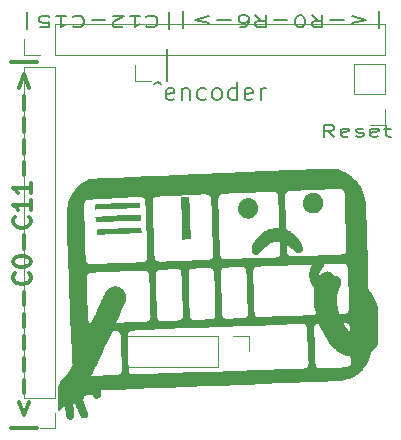
<source format=gbr>
G04 #@! TF.GenerationSoftware,KiCad,Pcbnew,7.0.1*
G04 #@! TF.CreationDate,2023-03-23T13:52:39-07:00*
G04 #@! TF.ProjectId,mcu daughterboard,6d637520-6461-4756-9768-746572626f61,rev?*
G04 #@! TF.SameCoordinates,Original*
G04 #@! TF.FileFunction,Legend,Top*
G04 #@! TF.FilePolarity,Positive*
%FSLAX46Y46*%
G04 Gerber Fmt 4.6, Leading zero omitted, Abs format (unit mm)*
G04 Created by KiCad (PCBNEW 7.0.1) date 2023-03-23 13:52:39*
%MOMM*%
%LPD*%
G01*
G04 APERTURE LIST*
%ADD10C,0.187500*%
%ADD11C,0.300000*%
%ADD12C,0.000000*%
%ADD13C,0.120000*%
G04 APERTURE END LIST*
D10*
X150554285Y-94737619D02*
X150054285Y-94261428D01*
X149697142Y-94737619D02*
X149697142Y-93737619D01*
X149697142Y-93737619D02*
X150268571Y-93737619D01*
X150268571Y-93737619D02*
X150411428Y-93785238D01*
X150411428Y-93785238D02*
X150482857Y-93832857D01*
X150482857Y-93832857D02*
X150554285Y-93928095D01*
X150554285Y-93928095D02*
X150554285Y-94070952D01*
X150554285Y-94070952D02*
X150482857Y-94166190D01*
X150482857Y-94166190D02*
X150411428Y-94213809D01*
X150411428Y-94213809D02*
X150268571Y-94261428D01*
X150268571Y-94261428D02*
X149697142Y-94261428D01*
X151768571Y-94690000D02*
X151625714Y-94737619D01*
X151625714Y-94737619D02*
X151340000Y-94737619D01*
X151340000Y-94737619D02*
X151197142Y-94690000D01*
X151197142Y-94690000D02*
X151125714Y-94594761D01*
X151125714Y-94594761D02*
X151125714Y-94213809D01*
X151125714Y-94213809D02*
X151197142Y-94118571D01*
X151197142Y-94118571D02*
X151340000Y-94070952D01*
X151340000Y-94070952D02*
X151625714Y-94070952D01*
X151625714Y-94070952D02*
X151768571Y-94118571D01*
X151768571Y-94118571D02*
X151840000Y-94213809D01*
X151840000Y-94213809D02*
X151840000Y-94309047D01*
X151840000Y-94309047D02*
X151125714Y-94404285D01*
X152411428Y-94690000D02*
X152554285Y-94737619D01*
X152554285Y-94737619D02*
X152839999Y-94737619D01*
X152839999Y-94737619D02*
X152982856Y-94690000D01*
X152982856Y-94690000D02*
X153054285Y-94594761D01*
X153054285Y-94594761D02*
X153054285Y-94547142D01*
X153054285Y-94547142D02*
X152982856Y-94451904D01*
X152982856Y-94451904D02*
X152839999Y-94404285D01*
X152839999Y-94404285D02*
X152625714Y-94404285D01*
X152625714Y-94404285D02*
X152482856Y-94356666D01*
X152482856Y-94356666D02*
X152411428Y-94261428D01*
X152411428Y-94261428D02*
X152411428Y-94213809D01*
X152411428Y-94213809D02*
X152482856Y-94118571D01*
X152482856Y-94118571D02*
X152625714Y-94070952D01*
X152625714Y-94070952D02*
X152839999Y-94070952D01*
X152839999Y-94070952D02*
X152982856Y-94118571D01*
X154268571Y-94690000D02*
X154125714Y-94737619D01*
X154125714Y-94737619D02*
X153840000Y-94737619D01*
X153840000Y-94737619D02*
X153697142Y-94690000D01*
X153697142Y-94690000D02*
X153625714Y-94594761D01*
X153625714Y-94594761D02*
X153625714Y-94213809D01*
X153625714Y-94213809D02*
X153697142Y-94118571D01*
X153697142Y-94118571D02*
X153840000Y-94070952D01*
X153840000Y-94070952D02*
X154125714Y-94070952D01*
X154125714Y-94070952D02*
X154268571Y-94118571D01*
X154268571Y-94118571D02*
X154340000Y-94213809D01*
X154340000Y-94213809D02*
X154340000Y-94309047D01*
X154340000Y-94309047D02*
X153625714Y-94404285D01*
X154768571Y-94070952D02*
X155339999Y-94070952D01*
X154982856Y-93737619D02*
X154982856Y-94594761D01*
X154982856Y-94594761D02*
X155054285Y-94690000D01*
X155054285Y-94690000D02*
X155197142Y-94737619D01*
X155197142Y-94737619D02*
X155339999Y-94737619D01*
D11*
X125366428Y-119395714D02*
X123223571Y-119395714D01*
X123866428Y-117181429D02*
X124295000Y-118324286D01*
X124295000Y-118324286D02*
X124723571Y-117181429D01*
X124295000Y-116467143D02*
X124295000Y-115324286D01*
X124295000Y-114610000D02*
X124295000Y-113467143D01*
X124295000Y-112752857D02*
X124295000Y-111610000D01*
X124295000Y-110895714D02*
X124295000Y-109752857D01*
X124295000Y-109038571D02*
X124295000Y-107895714D01*
X124723571Y-106324285D02*
X124795000Y-106395713D01*
X124795000Y-106395713D02*
X124866428Y-106609999D01*
X124866428Y-106609999D02*
X124866428Y-106752856D01*
X124866428Y-106752856D02*
X124795000Y-106967142D01*
X124795000Y-106967142D02*
X124652142Y-107109999D01*
X124652142Y-107109999D02*
X124509285Y-107181428D01*
X124509285Y-107181428D02*
X124223571Y-107252856D01*
X124223571Y-107252856D02*
X124009285Y-107252856D01*
X124009285Y-107252856D02*
X123723571Y-107181428D01*
X123723571Y-107181428D02*
X123580714Y-107109999D01*
X123580714Y-107109999D02*
X123437857Y-106967142D01*
X123437857Y-106967142D02*
X123366428Y-106752856D01*
X123366428Y-106752856D02*
X123366428Y-106609999D01*
X123366428Y-106609999D02*
X123437857Y-106395713D01*
X123437857Y-106395713D02*
X123509285Y-106324285D01*
X123366428Y-105395713D02*
X123366428Y-105252856D01*
X123366428Y-105252856D02*
X123437857Y-105109999D01*
X123437857Y-105109999D02*
X123509285Y-105038571D01*
X123509285Y-105038571D02*
X123652142Y-104967142D01*
X123652142Y-104967142D02*
X123937857Y-104895713D01*
X123937857Y-104895713D02*
X124295000Y-104895713D01*
X124295000Y-104895713D02*
X124580714Y-104967142D01*
X124580714Y-104967142D02*
X124723571Y-105038571D01*
X124723571Y-105038571D02*
X124795000Y-105109999D01*
X124795000Y-105109999D02*
X124866428Y-105252856D01*
X124866428Y-105252856D02*
X124866428Y-105395713D01*
X124866428Y-105395713D02*
X124795000Y-105538571D01*
X124795000Y-105538571D02*
X124723571Y-105609999D01*
X124723571Y-105609999D02*
X124580714Y-105681428D01*
X124580714Y-105681428D02*
X124295000Y-105752856D01*
X124295000Y-105752856D02*
X123937857Y-105752856D01*
X123937857Y-105752856D02*
X123652142Y-105681428D01*
X123652142Y-105681428D02*
X123509285Y-105609999D01*
X123509285Y-105609999D02*
X123437857Y-105538571D01*
X123437857Y-105538571D02*
X123366428Y-105395713D01*
X124295000Y-104252857D02*
X124295000Y-103110000D01*
X124723571Y-101538571D02*
X124795000Y-101609999D01*
X124795000Y-101609999D02*
X124866428Y-101824285D01*
X124866428Y-101824285D02*
X124866428Y-101967142D01*
X124866428Y-101967142D02*
X124795000Y-102181428D01*
X124795000Y-102181428D02*
X124652142Y-102324285D01*
X124652142Y-102324285D02*
X124509285Y-102395714D01*
X124509285Y-102395714D02*
X124223571Y-102467142D01*
X124223571Y-102467142D02*
X124009285Y-102467142D01*
X124009285Y-102467142D02*
X123723571Y-102395714D01*
X123723571Y-102395714D02*
X123580714Y-102324285D01*
X123580714Y-102324285D02*
X123437857Y-102181428D01*
X123437857Y-102181428D02*
X123366428Y-101967142D01*
X123366428Y-101967142D02*
X123366428Y-101824285D01*
X123366428Y-101824285D02*
X123437857Y-101609999D01*
X123437857Y-101609999D02*
X123509285Y-101538571D01*
X124866428Y-100109999D02*
X124866428Y-100967142D01*
X124866428Y-100538571D02*
X123366428Y-100538571D01*
X123366428Y-100538571D02*
X123580714Y-100681428D01*
X123580714Y-100681428D02*
X123723571Y-100824285D01*
X123723571Y-100824285D02*
X123795000Y-100967142D01*
X124866428Y-98681428D02*
X124866428Y-99538571D01*
X124866428Y-99110000D02*
X123366428Y-99110000D01*
X123366428Y-99110000D02*
X123580714Y-99252857D01*
X123580714Y-99252857D02*
X123723571Y-99395714D01*
X123723571Y-99395714D02*
X123795000Y-99538571D01*
X124295000Y-98038572D02*
X124295000Y-96895715D01*
X124295000Y-96181429D02*
X124295000Y-95038572D01*
X124295000Y-94324286D02*
X124295000Y-93181429D01*
X124295000Y-92467143D02*
X124295000Y-91324286D01*
X123866428Y-90610000D02*
X124295000Y-89467143D01*
X124295000Y-89467143D02*
X124723571Y-90610000D01*
X125366428Y-88395714D02*
X123223571Y-88395714D01*
D10*
X136585714Y-84169047D02*
X136585714Y-85597619D01*
X134657143Y-84597619D02*
X134728571Y-84550000D01*
X134728571Y-84550000D02*
X134942857Y-84502380D01*
X134942857Y-84502380D02*
X135085714Y-84502380D01*
X135085714Y-84502380D02*
X135300000Y-84550000D01*
X135300000Y-84550000D02*
X135442857Y-84645238D01*
X135442857Y-84645238D02*
X135514286Y-84740476D01*
X135514286Y-84740476D02*
X135585714Y-84930952D01*
X135585714Y-84930952D02*
X135585714Y-85073809D01*
X135585714Y-85073809D02*
X135514286Y-85264285D01*
X135514286Y-85264285D02*
X135442857Y-85359523D01*
X135442857Y-85359523D02*
X135300000Y-85454761D01*
X135300000Y-85454761D02*
X135085714Y-85502380D01*
X135085714Y-85502380D02*
X134942857Y-85502380D01*
X134942857Y-85502380D02*
X134728571Y-85454761D01*
X134728571Y-85454761D02*
X134657143Y-85407142D01*
X133228571Y-84502380D02*
X134085714Y-84502380D01*
X133657143Y-84502380D02*
X133657143Y-85502380D01*
X133657143Y-85502380D02*
X133800000Y-85359523D01*
X133800000Y-85359523D02*
X133942857Y-85264285D01*
X133942857Y-85264285D02*
X134085714Y-85216666D01*
X132657143Y-85407142D02*
X132585715Y-85454761D01*
X132585715Y-85454761D02*
X132442858Y-85502380D01*
X132442858Y-85502380D02*
X132085715Y-85502380D01*
X132085715Y-85502380D02*
X131942858Y-85454761D01*
X131942858Y-85454761D02*
X131871429Y-85407142D01*
X131871429Y-85407142D02*
X131800000Y-85311904D01*
X131800000Y-85311904D02*
X131800000Y-85216666D01*
X131800000Y-85216666D02*
X131871429Y-85073809D01*
X131871429Y-85073809D02*
X132728572Y-84502380D01*
X132728572Y-84502380D02*
X131800000Y-84502380D01*
X131157144Y-84883333D02*
X130014287Y-84883333D01*
X128442858Y-84597619D02*
X128514286Y-84550000D01*
X128514286Y-84550000D02*
X128728572Y-84502380D01*
X128728572Y-84502380D02*
X128871429Y-84502380D01*
X128871429Y-84502380D02*
X129085715Y-84550000D01*
X129085715Y-84550000D02*
X129228572Y-84645238D01*
X129228572Y-84645238D02*
X129300001Y-84740476D01*
X129300001Y-84740476D02*
X129371429Y-84930952D01*
X129371429Y-84930952D02*
X129371429Y-85073809D01*
X129371429Y-85073809D02*
X129300001Y-85264285D01*
X129300001Y-85264285D02*
X129228572Y-85359523D01*
X129228572Y-85359523D02*
X129085715Y-85454761D01*
X129085715Y-85454761D02*
X128871429Y-85502380D01*
X128871429Y-85502380D02*
X128728572Y-85502380D01*
X128728572Y-85502380D02*
X128514286Y-85454761D01*
X128514286Y-85454761D02*
X128442858Y-85407142D01*
X127014286Y-84502380D02*
X127871429Y-84502380D01*
X127442858Y-84502380D02*
X127442858Y-85502380D01*
X127442858Y-85502380D02*
X127585715Y-85359523D01*
X127585715Y-85359523D02*
X127728572Y-85264285D01*
X127728572Y-85264285D02*
X127871429Y-85216666D01*
X125657144Y-85502380D02*
X126371430Y-85502380D01*
X126371430Y-85502380D02*
X126442858Y-85026190D01*
X126442858Y-85026190D02*
X126371430Y-85073809D01*
X126371430Y-85073809D02*
X126228573Y-85121428D01*
X126228573Y-85121428D02*
X125871430Y-85121428D01*
X125871430Y-85121428D02*
X125728573Y-85073809D01*
X125728573Y-85073809D02*
X125657144Y-85026190D01*
X125657144Y-85026190D02*
X125585715Y-84930952D01*
X125585715Y-84930952D02*
X125585715Y-84692857D01*
X125585715Y-84692857D02*
X125657144Y-84597619D01*
X125657144Y-84597619D02*
X125728573Y-84550000D01*
X125728573Y-84550000D02*
X125871430Y-84502380D01*
X125871430Y-84502380D02*
X126228573Y-84502380D01*
X126228573Y-84502380D02*
X126371430Y-84550000D01*
X126371430Y-84550000D02*
X126442858Y-84597619D01*
X124585716Y-84169047D02*
X124585716Y-85597619D01*
X154315714Y-84139047D02*
X154315714Y-85567619D01*
X152101429Y-85139047D02*
X153244286Y-84853333D01*
X153244286Y-84853333D02*
X152101429Y-84567619D01*
X151387143Y-84853333D02*
X150244286Y-84853333D01*
X148672857Y-84472380D02*
X149172857Y-84948571D01*
X149530000Y-84472380D02*
X149530000Y-85472380D01*
X149530000Y-85472380D02*
X148958571Y-85472380D01*
X148958571Y-85472380D02*
X148815714Y-85424761D01*
X148815714Y-85424761D02*
X148744285Y-85377142D01*
X148744285Y-85377142D02*
X148672857Y-85281904D01*
X148672857Y-85281904D02*
X148672857Y-85139047D01*
X148672857Y-85139047D02*
X148744285Y-85043809D01*
X148744285Y-85043809D02*
X148815714Y-84996190D01*
X148815714Y-84996190D02*
X148958571Y-84948571D01*
X148958571Y-84948571D02*
X149530000Y-84948571D01*
X147744285Y-85472380D02*
X147601428Y-85472380D01*
X147601428Y-85472380D02*
X147458571Y-85424761D01*
X147458571Y-85424761D02*
X147387143Y-85377142D01*
X147387143Y-85377142D02*
X147315714Y-85281904D01*
X147315714Y-85281904D02*
X147244285Y-85091428D01*
X147244285Y-85091428D02*
X147244285Y-84853333D01*
X147244285Y-84853333D02*
X147315714Y-84662857D01*
X147315714Y-84662857D02*
X147387143Y-84567619D01*
X147387143Y-84567619D02*
X147458571Y-84520000D01*
X147458571Y-84520000D02*
X147601428Y-84472380D01*
X147601428Y-84472380D02*
X147744285Y-84472380D01*
X147744285Y-84472380D02*
X147887143Y-84520000D01*
X147887143Y-84520000D02*
X147958571Y-84567619D01*
X147958571Y-84567619D02*
X148030000Y-84662857D01*
X148030000Y-84662857D02*
X148101428Y-84853333D01*
X148101428Y-84853333D02*
X148101428Y-85091428D01*
X148101428Y-85091428D02*
X148030000Y-85281904D01*
X148030000Y-85281904D02*
X147958571Y-85377142D01*
X147958571Y-85377142D02*
X147887143Y-85424761D01*
X147887143Y-85424761D02*
X147744285Y-85472380D01*
X146601429Y-84853333D02*
X145458572Y-84853333D01*
X143887143Y-84472380D02*
X144387143Y-84948571D01*
X144744286Y-84472380D02*
X144744286Y-85472380D01*
X144744286Y-85472380D02*
X144172857Y-85472380D01*
X144172857Y-85472380D02*
X144030000Y-85424761D01*
X144030000Y-85424761D02*
X143958571Y-85377142D01*
X143958571Y-85377142D02*
X143887143Y-85281904D01*
X143887143Y-85281904D02*
X143887143Y-85139047D01*
X143887143Y-85139047D02*
X143958571Y-85043809D01*
X143958571Y-85043809D02*
X144030000Y-84996190D01*
X144030000Y-84996190D02*
X144172857Y-84948571D01*
X144172857Y-84948571D02*
X144744286Y-84948571D01*
X142601429Y-85472380D02*
X142887143Y-85472380D01*
X142887143Y-85472380D02*
X143030000Y-85424761D01*
X143030000Y-85424761D02*
X143101429Y-85377142D01*
X143101429Y-85377142D02*
X143244286Y-85234285D01*
X143244286Y-85234285D02*
X143315714Y-85043809D01*
X143315714Y-85043809D02*
X143315714Y-84662857D01*
X143315714Y-84662857D02*
X143244286Y-84567619D01*
X143244286Y-84567619D02*
X143172857Y-84520000D01*
X143172857Y-84520000D02*
X143030000Y-84472380D01*
X143030000Y-84472380D02*
X142744286Y-84472380D01*
X142744286Y-84472380D02*
X142601429Y-84520000D01*
X142601429Y-84520000D02*
X142530000Y-84567619D01*
X142530000Y-84567619D02*
X142458571Y-84662857D01*
X142458571Y-84662857D02*
X142458571Y-84900952D01*
X142458571Y-84900952D02*
X142530000Y-84996190D01*
X142530000Y-84996190D02*
X142601429Y-85043809D01*
X142601429Y-85043809D02*
X142744286Y-85091428D01*
X142744286Y-85091428D02*
X143030000Y-85091428D01*
X143030000Y-85091428D02*
X143172857Y-85043809D01*
X143172857Y-85043809D02*
X143244286Y-84996190D01*
X143244286Y-84996190D02*
X143315714Y-84900952D01*
X141815715Y-84853333D02*
X140672858Y-84853333D01*
X139958572Y-85139047D02*
X138815715Y-84853333D01*
X138815715Y-84853333D02*
X139958572Y-84567619D01*
X137744286Y-84139047D02*
X137744286Y-85567619D01*
X135322857Y-90299285D02*
X135608571Y-90085000D01*
X135608571Y-90085000D02*
X135894285Y-90299285D01*
X136965714Y-91585000D02*
X136822857Y-91656428D01*
X136822857Y-91656428D02*
X136537143Y-91656428D01*
X136537143Y-91656428D02*
X136394285Y-91585000D01*
X136394285Y-91585000D02*
X136322857Y-91442142D01*
X136322857Y-91442142D02*
X136322857Y-90870714D01*
X136322857Y-90870714D02*
X136394285Y-90727857D01*
X136394285Y-90727857D02*
X136537143Y-90656428D01*
X136537143Y-90656428D02*
X136822857Y-90656428D01*
X136822857Y-90656428D02*
X136965714Y-90727857D01*
X136965714Y-90727857D02*
X137037143Y-90870714D01*
X137037143Y-90870714D02*
X137037143Y-91013571D01*
X137037143Y-91013571D02*
X136322857Y-91156428D01*
X137679999Y-90656428D02*
X137679999Y-91656428D01*
X137679999Y-90799285D02*
X137751428Y-90727857D01*
X137751428Y-90727857D02*
X137894285Y-90656428D01*
X137894285Y-90656428D02*
X138108571Y-90656428D01*
X138108571Y-90656428D02*
X138251428Y-90727857D01*
X138251428Y-90727857D02*
X138322857Y-90870714D01*
X138322857Y-90870714D02*
X138322857Y-91656428D01*
X139680000Y-91585000D02*
X139537142Y-91656428D01*
X139537142Y-91656428D02*
X139251428Y-91656428D01*
X139251428Y-91656428D02*
X139108571Y-91585000D01*
X139108571Y-91585000D02*
X139037142Y-91513571D01*
X139037142Y-91513571D02*
X138965714Y-91370714D01*
X138965714Y-91370714D02*
X138965714Y-90942142D01*
X138965714Y-90942142D02*
X139037142Y-90799285D01*
X139037142Y-90799285D02*
X139108571Y-90727857D01*
X139108571Y-90727857D02*
X139251428Y-90656428D01*
X139251428Y-90656428D02*
X139537142Y-90656428D01*
X139537142Y-90656428D02*
X139680000Y-90727857D01*
X140537142Y-91656428D02*
X140394285Y-91585000D01*
X140394285Y-91585000D02*
X140322856Y-91513571D01*
X140322856Y-91513571D02*
X140251428Y-91370714D01*
X140251428Y-91370714D02*
X140251428Y-90942142D01*
X140251428Y-90942142D02*
X140322856Y-90799285D01*
X140322856Y-90799285D02*
X140394285Y-90727857D01*
X140394285Y-90727857D02*
X140537142Y-90656428D01*
X140537142Y-90656428D02*
X140751428Y-90656428D01*
X140751428Y-90656428D02*
X140894285Y-90727857D01*
X140894285Y-90727857D02*
X140965714Y-90799285D01*
X140965714Y-90799285D02*
X141037142Y-90942142D01*
X141037142Y-90942142D02*
X141037142Y-91370714D01*
X141037142Y-91370714D02*
X140965714Y-91513571D01*
X140965714Y-91513571D02*
X140894285Y-91585000D01*
X140894285Y-91585000D02*
X140751428Y-91656428D01*
X140751428Y-91656428D02*
X140537142Y-91656428D01*
X142322857Y-91656428D02*
X142322857Y-90156428D01*
X142322857Y-91585000D02*
X142179999Y-91656428D01*
X142179999Y-91656428D02*
X141894285Y-91656428D01*
X141894285Y-91656428D02*
X141751428Y-91585000D01*
X141751428Y-91585000D02*
X141679999Y-91513571D01*
X141679999Y-91513571D02*
X141608571Y-91370714D01*
X141608571Y-91370714D02*
X141608571Y-90942142D01*
X141608571Y-90942142D02*
X141679999Y-90799285D01*
X141679999Y-90799285D02*
X141751428Y-90727857D01*
X141751428Y-90727857D02*
X141894285Y-90656428D01*
X141894285Y-90656428D02*
X142179999Y-90656428D01*
X142179999Y-90656428D02*
X142322857Y-90727857D01*
X143608571Y-91585000D02*
X143465714Y-91656428D01*
X143465714Y-91656428D02*
X143180000Y-91656428D01*
X143180000Y-91656428D02*
X143037142Y-91585000D01*
X143037142Y-91585000D02*
X142965714Y-91442142D01*
X142965714Y-91442142D02*
X142965714Y-90870714D01*
X142965714Y-90870714D02*
X143037142Y-90727857D01*
X143037142Y-90727857D02*
X143180000Y-90656428D01*
X143180000Y-90656428D02*
X143465714Y-90656428D01*
X143465714Y-90656428D02*
X143608571Y-90727857D01*
X143608571Y-90727857D02*
X143680000Y-90870714D01*
X143680000Y-90870714D02*
X143680000Y-91013571D01*
X143680000Y-91013571D02*
X142965714Y-91156428D01*
X144322856Y-91656428D02*
X144322856Y-90656428D01*
X144322856Y-90942142D02*
X144394285Y-90799285D01*
X144394285Y-90799285D02*
X144465714Y-90727857D01*
X144465714Y-90727857D02*
X144608571Y-90656428D01*
X144608571Y-90656428D02*
X144751428Y-90656428D01*
D12*
G36*
X127983382Y-100590909D02*
G01*
X129353440Y-100590909D01*
X129353972Y-100738559D01*
X129375346Y-101328911D01*
X129427725Y-102498700D01*
X129449264Y-102991858D01*
X129469066Y-103513045D01*
X129496517Y-104390470D01*
X129502000Y-104644656D01*
X129504557Y-104748472D01*
X129507141Y-104838443D01*
X129509865Y-104915826D01*
X129512841Y-104981876D01*
X129516182Y-105037849D01*
X129518023Y-105062450D01*
X129519999Y-105085002D01*
X129522121Y-105105662D01*
X129524405Y-105124588D01*
X129526864Y-105141937D01*
X129529512Y-105157865D01*
X129532364Y-105172530D01*
X129535434Y-105186088D01*
X129538735Y-105198697D01*
X129542281Y-105210513D01*
X129546088Y-105221694D01*
X129550168Y-105232396D01*
X129554536Y-105242776D01*
X129559205Y-105252991D01*
X129569506Y-105273556D01*
X129581183Y-105295346D01*
X129636746Y-105390326D01*
X129668062Y-105428337D01*
X129706199Y-105460379D01*
X129754506Y-105486715D01*
X129816332Y-105507611D01*
X129895025Y-105523328D01*
X129993933Y-105534131D01*
X130116407Y-105540283D01*
X130265793Y-105542048D01*
X130658699Y-105533470D01*
X131914808Y-105475262D01*
X132430746Y-105452111D01*
X132705830Y-105441031D01*
X132946684Y-105432928D01*
X133385923Y-105419239D01*
X133730098Y-105407255D01*
X133870626Y-105401583D01*
X133992294Y-105395954D01*
X134096739Y-105390239D01*
X134185595Y-105384311D01*
X134260499Y-105378042D01*
X134323085Y-105371304D01*
X134374990Y-105363970D01*
X134397448Y-105360038D01*
X134417849Y-105355910D01*
X134436398Y-105351568D01*
X134453298Y-105346998D01*
X134468755Y-105342182D01*
X134482972Y-105337105D01*
X134496154Y-105331751D01*
X134508507Y-105326103D01*
X134531537Y-105313866D01*
X134543494Y-105307087D01*
X134555500Y-105299696D01*
X134567483Y-105291763D01*
X134579369Y-105283356D01*
X134591085Y-105274547D01*
X134602557Y-105265404D01*
X134613710Y-105255998D01*
X134624472Y-105246397D01*
X134634770Y-105236673D01*
X134644528Y-105226895D01*
X134653674Y-105217132D01*
X134662134Y-105207454D01*
X134669835Y-105197932D01*
X134676702Y-105188634D01*
X134682662Y-105179631D01*
X134687642Y-105170992D01*
X134698868Y-105145385D01*
X134708737Y-105112980D01*
X134717257Y-105073428D01*
X134724436Y-105026380D01*
X134734802Y-104908402D01*
X134739897Y-104756257D01*
X134739783Y-104567152D01*
X134734523Y-104338297D01*
X134724177Y-104066903D01*
X134708809Y-103750178D01*
X134670444Y-102923024D01*
X134652998Y-102469140D01*
X134640017Y-102062137D01*
X134626245Y-101641196D01*
X134612690Y-101272810D01*
X134599322Y-100956204D01*
X134586108Y-100690603D01*
X134574739Y-100503534D01*
X135202628Y-100503534D01*
X135208545Y-100793785D01*
X135219454Y-101175783D01*
X135248228Y-102090579D01*
X135275017Y-102842658D01*
X135300814Y-103516023D01*
X135322642Y-104244950D01*
X135326933Y-104393933D01*
X135331050Y-104525247D01*
X135335252Y-104640198D01*
X135339799Y-104740092D01*
X135342283Y-104784801D01*
X135344950Y-104826235D01*
X135347834Y-104864558D01*
X135350966Y-104899932D01*
X135354379Y-104932523D01*
X135358106Y-104962491D01*
X135362178Y-104990002D01*
X135366629Y-105015217D01*
X135371491Y-105038301D01*
X135376796Y-105059417D01*
X135382576Y-105078727D01*
X135388865Y-105096396D01*
X135395695Y-105112586D01*
X135403098Y-105127460D01*
X135411106Y-105141183D01*
X135419752Y-105153917D01*
X135429069Y-105165825D01*
X135439089Y-105177071D01*
X135449844Y-105187818D01*
X135461367Y-105198229D01*
X135473691Y-105208468D01*
X135486847Y-105218698D01*
X135515788Y-105239782D01*
X135539959Y-105255759D01*
X135565288Y-105269992D01*
X135592440Y-105282536D01*
X135622076Y-105293443D01*
X135654858Y-105302770D01*
X135691451Y-105310569D01*
X135732516Y-105316895D01*
X135778717Y-105321803D01*
X135830716Y-105325347D01*
X135889176Y-105327581D01*
X136028128Y-105328336D01*
X136200878Y-105324501D01*
X136412725Y-105316513D01*
X137846436Y-105258965D01*
X139190850Y-105213323D01*
X139369661Y-105206574D01*
X139521001Y-105200012D01*
X139647660Y-105193325D01*
X139752428Y-105186204D01*
X139797476Y-105182384D01*
X139838098Y-105178339D01*
X139874642Y-105174030D01*
X139907458Y-105169419D01*
X139936894Y-105164468D01*
X139963299Y-105159136D01*
X139987023Y-105153385D01*
X140008413Y-105147178D01*
X140037462Y-105136915D01*
X140065071Y-105125970D01*
X140091222Y-105114343D01*
X140115900Y-105102034D01*
X140139089Y-105089042D01*
X140160776Y-105075369D01*
X140180942Y-105061013D01*
X140199574Y-105045975D01*
X140208310Y-105038201D01*
X140216656Y-105030255D01*
X140224611Y-105022140D01*
X140232172Y-105013853D01*
X140239338Y-105005397D01*
X140246106Y-104996769D01*
X140252476Y-104987971D01*
X140258444Y-104979003D01*
X140264009Y-104969864D01*
X140269169Y-104960554D01*
X140273923Y-104951074D01*
X140278267Y-104941424D01*
X140282200Y-104931603D01*
X140285721Y-104921611D01*
X140288827Y-104911449D01*
X140291517Y-104901116D01*
X140296369Y-104788038D01*
X140295610Y-104531774D01*
X140280603Y-103730334D01*
X140253194Y-102778082D01*
X140220079Y-101956303D01*
X140196597Y-101367275D01*
X140175100Y-100712762D01*
X140168646Y-100492910D01*
X140165641Y-100401897D01*
X140162656Y-100322171D01*
X140159594Y-100252738D01*
X140157308Y-100210265D01*
X140738265Y-100210265D01*
X140740523Y-100302947D01*
X140745076Y-100416403D01*
X140751892Y-100554012D01*
X140777358Y-101210840D01*
X140804808Y-102101825D01*
X140832259Y-102985533D01*
X140846109Y-103360166D01*
X140857726Y-103623179D01*
X140900060Y-104472490D01*
X140903088Y-104545006D01*
X140906307Y-104610100D01*
X140909843Y-104668287D01*
X140913826Y-104720083D01*
X140918381Y-104766003D01*
X140920914Y-104786921D01*
X140923639Y-104806563D01*
X140926571Y-104824994D01*
X140929726Y-104842279D01*
X140933120Y-104858481D01*
X140936770Y-104873665D01*
X140940691Y-104887896D01*
X140944899Y-104901238D01*
X140949411Y-104913755D01*
X140954241Y-104925512D01*
X140959408Y-104936574D01*
X140964925Y-104947004D01*
X140970809Y-104956867D01*
X140977077Y-104966228D01*
X140983744Y-104975152D01*
X140990826Y-104983701D01*
X140998340Y-104991942D01*
X141006300Y-104999937D01*
X141014724Y-105007753D01*
X141023626Y-105015453D01*
X141033024Y-105023101D01*
X141042933Y-105030763D01*
X141069557Y-105049128D01*
X141097173Y-105065571D01*
X141126277Y-105080154D01*
X141157366Y-105092939D01*
X141190935Y-105103987D01*
X141227480Y-105113361D01*
X141267499Y-105121123D01*
X141311486Y-105127334D01*
X141359938Y-105132057D01*
X141413351Y-105135354D01*
X141472221Y-105137287D01*
X141537044Y-105137917D01*
X141686533Y-105135519D01*
X141865789Y-105128657D01*
X143526379Y-105058543D01*
X144199041Y-105035640D01*
X144998454Y-105012242D01*
X145239680Y-105004878D01*
X145338387Y-105001294D01*
X145424103Y-104997482D01*
X145498036Y-104993221D01*
X145530962Y-104990853D01*
X145561397Y-104988289D01*
X145589490Y-104985503D01*
X145615393Y-104982466D01*
X145639258Y-104979151D01*
X145661235Y-104975530D01*
X145681476Y-104971576D01*
X145700132Y-104967261D01*
X145717354Y-104962558D01*
X145733293Y-104957438D01*
X145748100Y-104951875D01*
X145761927Y-104945840D01*
X145774924Y-104939306D01*
X145787243Y-104932246D01*
X145799035Y-104924631D01*
X145810451Y-104916435D01*
X145821642Y-104907629D01*
X145832760Y-104898186D01*
X145843955Y-104888078D01*
X145855379Y-104877279D01*
X145879517Y-104853491D01*
X145990642Y-104742366D01*
X145990642Y-103652282D01*
X145879517Y-103636408D01*
X145848012Y-103633446D01*
X145812400Y-103632434D01*
X145773221Y-103633274D01*
X145731020Y-103635870D01*
X145686338Y-103640125D01*
X145639718Y-103645942D01*
X145591703Y-103653224D01*
X145542835Y-103661874D01*
X145493657Y-103671795D01*
X145444712Y-103682891D01*
X145396541Y-103695064D01*
X145349689Y-103708218D01*
X145304697Y-103722255D01*
X145262108Y-103737079D01*
X145222464Y-103752592D01*
X145186309Y-103768699D01*
X145151395Y-103786190D01*
X145112629Y-103807544D01*
X145070746Y-103832224D01*
X145026484Y-103859691D01*
X144980578Y-103889406D01*
X144933766Y-103920829D01*
X144840366Y-103986650D01*
X144752175Y-104052842D01*
X144711874Y-104084731D01*
X144675084Y-104115097D01*
X144642542Y-104143401D01*
X144614985Y-104169104D01*
X144593147Y-104191668D01*
X144577767Y-104210554D01*
X144564672Y-104226971D01*
X144543950Y-104251605D01*
X144483840Y-104320686D01*
X144405870Y-104408122D01*
X144318475Y-104504241D01*
X144271724Y-104553598D01*
X144228481Y-104597599D01*
X144188408Y-104636407D01*
X144151168Y-104670184D01*
X144133505Y-104685237D01*
X144116424Y-104699093D01*
X144099882Y-104711773D01*
X144083838Y-104723297D01*
X144068250Y-104733685D01*
X144053075Y-104742958D01*
X144038271Y-104751137D01*
X144023796Y-104758240D01*
X144009607Y-104764290D01*
X143995664Y-104769305D01*
X143981922Y-104773308D01*
X143968342Y-104776317D01*
X143954879Y-104778353D01*
X143941492Y-104779437D01*
X143928140Y-104779588D01*
X143914779Y-104778828D01*
X143901368Y-104777177D01*
X143887864Y-104774654D01*
X143874225Y-104771281D01*
X143860410Y-104767077D01*
X143846376Y-104762064D01*
X143832080Y-104756260D01*
X143817482Y-104749688D01*
X143802538Y-104742366D01*
X143774198Y-104726524D01*
X143747714Y-104708771D01*
X143723083Y-104689119D01*
X143700301Y-104667580D01*
X143679364Y-104644165D01*
X143660268Y-104618885D01*
X143643008Y-104591753D01*
X143627582Y-104562780D01*
X143613985Y-104531978D01*
X143602214Y-104499358D01*
X143592264Y-104464931D01*
X143584132Y-104428711D01*
X143577814Y-104390707D01*
X143573306Y-104350932D01*
X143570604Y-104309398D01*
X143569704Y-104266115D01*
X143571281Y-104207148D01*
X143572745Y-104181045D01*
X143574872Y-104156520D01*
X143577821Y-104133065D01*
X143581750Y-104110172D01*
X143586819Y-104087333D01*
X143593186Y-104064040D01*
X143601011Y-104039787D01*
X143610451Y-104014064D01*
X143621667Y-103986365D01*
X143634817Y-103956181D01*
X143667553Y-103886330D01*
X143709933Y-103800450D01*
X143776182Y-103673986D01*
X143846891Y-103553596D01*
X143921996Y-103439338D01*
X144001430Y-103331269D01*
X144085127Y-103229447D01*
X144173022Y-103133932D01*
X144265048Y-103044780D01*
X144361140Y-102962051D01*
X144461231Y-102885802D01*
X144565256Y-102816091D01*
X144673150Y-102752977D01*
X144784845Y-102696517D01*
X144900277Y-102646770D01*
X145019379Y-102603794D01*
X145142085Y-102567647D01*
X145268330Y-102538387D01*
X145325546Y-102527757D01*
X145386731Y-102517840D01*
X145449900Y-102508854D01*
X145513069Y-102501014D01*
X145574254Y-102494539D01*
X145631470Y-102489646D01*
X145682733Y-102486550D01*
X145726058Y-102485470D01*
X145919204Y-102485470D01*
X145900685Y-102146804D01*
X145886131Y-101734715D01*
X145871579Y-101215470D01*
X145861931Y-100883330D01*
X145850950Y-100586382D01*
X145838791Y-100326083D01*
X145825608Y-100103889D01*
X145811558Y-99921260D01*
X145796794Y-99779651D01*
X145789193Y-99724684D01*
X145782461Y-99686179D01*
X146406038Y-99686179D01*
X146424559Y-100561949D01*
X146442542Y-101395180D01*
X146457301Y-101989045D01*
X146469580Y-102360165D01*
X146475021Y-102467388D01*
X146480122Y-102525158D01*
X146482291Y-102537491D01*
X146484949Y-102548789D01*
X146488273Y-102559196D01*
X146492441Y-102568855D01*
X146497634Y-102577909D01*
X146504027Y-102586502D01*
X146511800Y-102594778D01*
X146521132Y-102602879D01*
X146532199Y-102610949D01*
X146545182Y-102619131D01*
X146560257Y-102627569D01*
X146577603Y-102636406D01*
X146597399Y-102645786D01*
X146619822Y-102655852D01*
X146673266Y-102678616D01*
X146734403Y-102706243D01*
X146797486Y-102739273D01*
X146862104Y-102777342D01*
X146927845Y-102820085D01*
X146994300Y-102867138D01*
X147061057Y-102918136D01*
X147127705Y-102972715D01*
X147193834Y-103030512D01*
X147259033Y-103091160D01*
X147322891Y-103154297D01*
X147384997Y-103219558D01*
X147444941Y-103286579D01*
X147502311Y-103354994D01*
X147556696Y-103424441D01*
X147607687Y-103494555D01*
X147654872Y-103564970D01*
X147676706Y-103600472D01*
X147698450Y-103638268D01*
X147719955Y-103677987D01*
X147741068Y-103719256D01*
X147761638Y-103761703D01*
X147781515Y-103804956D01*
X147800546Y-103848643D01*
X147818582Y-103892392D01*
X147835471Y-103935831D01*
X147851061Y-103978588D01*
X147865201Y-104020291D01*
X147877741Y-104060567D01*
X147888529Y-104099046D01*
X147897414Y-104135354D01*
X147904245Y-104169119D01*
X147908871Y-104199970D01*
X147911007Y-104221143D01*
X147911971Y-104241984D01*
X147911787Y-104262470D01*
X147910478Y-104282580D01*
X147908067Y-104302290D01*
X147904575Y-104321579D01*
X147900026Y-104340424D01*
X147894443Y-104358803D01*
X147887849Y-104376693D01*
X147880265Y-104394073D01*
X147871716Y-104410920D01*
X147862223Y-104427212D01*
X147851810Y-104442926D01*
X147840499Y-104458041D01*
X147828313Y-104472533D01*
X147815275Y-104486381D01*
X147801408Y-104499563D01*
X147786733Y-104512056D01*
X147771276Y-104523837D01*
X147755056Y-104534885D01*
X147738099Y-104545177D01*
X147720426Y-104554691D01*
X147702061Y-104563405D01*
X147683025Y-104571296D01*
X147663342Y-104578343D01*
X147643034Y-104584522D01*
X147622125Y-104589811D01*
X147600637Y-104594189D01*
X147578593Y-104597633D01*
X147556015Y-104600120D01*
X147532927Y-104601629D01*
X147509351Y-104602137D01*
X147488854Y-104601968D01*
X147469891Y-104601408D01*
X147452262Y-104600375D01*
X147435764Y-104598788D01*
X147420196Y-104596565D01*
X147405357Y-104593626D01*
X147391046Y-104589888D01*
X147377059Y-104585270D01*
X147363197Y-104579690D01*
X147349257Y-104573069D01*
X147335038Y-104565323D01*
X147320339Y-104556372D01*
X147304957Y-104546134D01*
X147288691Y-104534528D01*
X147271341Y-104521473D01*
X147252703Y-104506887D01*
X147240345Y-104496853D01*
X147228127Y-104486645D01*
X147216125Y-104476336D01*
X147204418Y-104466000D01*
X147193082Y-104455710D01*
X147182197Y-104445541D01*
X147171838Y-104435566D01*
X147162084Y-104425858D01*
X147153012Y-104416491D01*
X147144700Y-104407539D01*
X147137225Y-104399075D01*
X147130665Y-104391173D01*
X147125097Y-104383906D01*
X147120598Y-104377349D01*
X147117247Y-104371575D01*
X147116026Y-104369005D01*
X147115120Y-104366657D01*
X147111987Y-104359935D01*
X147106174Y-104350795D01*
X147087210Y-104325957D01*
X147059618Y-104293522D01*
X147024790Y-104254871D01*
X146938992Y-104164437D01*
X146840946Y-104065694D01*
X146741784Y-103969679D01*
X146652638Y-103887431D01*
X146615298Y-103854919D01*
X146584637Y-103829988D01*
X146562044Y-103814017D01*
X146554209Y-103809824D01*
X146548912Y-103808387D01*
X146542865Y-103810065D01*
X146537616Y-103815234D01*
X146533157Y-103824101D01*
X146529482Y-103836871D01*
X146526581Y-103853749D01*
X146524448Y-103874941D01*
X146522454Y-103931088D01*
X146523436Y-104006954D01*
X146527332Y-104104183D01*
X146534081Y-104224419D01*
X146543621Y-104369305D01*
X146547548Y-104426388D01*
X146551594Y-104476972D01*
X146556068Y-104521626D01*
X146561274Y-104560920D01*
X146564247Y-104578735D01*
X146567518Y-104595423D01*
X146571125Y-104611057D01*
X146575107Y-104625706D01*
X146579502Y-104639443D01*
X146584348Y-104652339D01*
X146589683Y-104664464D01*
X146595545Y-104675889D01*
X146601974Y-104686687D01*
X146609006Y-104696929D01*
X146616681Y-104706685D01*
X146625037Y-104716027D01*
X146634112Y-104725025D01*
X146643943Y-104733752D01*
X146654571Y-104742279D01*
X146666032Y-104750676D01*
X146678365Y-104759015D01*
X146691608Y-104767367D01*
X146720979Y-104784395D01*
X146754450Y-104802329D01*
X146792328Y-104821741D01*
X146929911Y-104893178D01*
X147551683Y-104866721D01*
X148834913Y-104813803D01*
X149551272Y-104787675D01*
X150343039Y-104763532D01*
X150508022Y-104759125D01*
X150654600Y-104754696D01*
X150784087Y-104750033D01*
X150897795Y-104744929D01*
X150997039Y-104739174D01*
X151041647Y-104735986D01*
X151083132Y-104732558D01*
X151121658Y-104728862D01*
X151157389Y-104724872D01*
X151190490Y-104720563D01*
X151221124Y-104715908D01*
X151249456Y-104710880D01*
X151275650Y-104705455D01*
X151299870Y-104699605D01*
X151322280Y-104693304D01*
X151343046Y-104686527D01*
X151362330Y-104679247D01*
X151380298Y-104671438D01*
X151397113Y-104663073D01*
X151412940Y-104654128D01*
X151427943Y-104644575D01*
X151442286Y-104634388D01*
X151456133Y-104623541D01*
X151469649Y-104612008D01*
X151482998Y-104599763D01*
X151509851Y-104573032D01*
X151533673Y-104546440D01*
X151543511Y-104534163D01*
X151552101Y-104522018D01*
X151559543Y-104509594D01*
X151565939Y-104496480D01*
X151571390Y-104482265D01*
X151575996Y-104466538D01*
X151579857Y-104448889D01*
X151583075Y-104428907D01*
X151585751Y-104406181D01*
X151587984Y-104380301D01*
X151591529Y-104317431D01*
X151594516Y-104237012D01*
X151596087Y-104075120D01*
X151593194Y-103822939D01*
X151586332Y-103515195D01*
X151575998Y-103186616D01*
X151509851Y-101096408D01*
X151491330Y-100577122D01*
X151472810Y-100123072D01*
X151456274Y-99782628D01*
X151449370Y-99670123D01*
X151443706Y-99604158D01*
X151438426Y-99566221D01*
X151432472Y-99530731D01*
X151425788Y-99497589D01*
X151418322Y-99466698D01*
X151414279Y-99452067D01*
X151410019Y-99437963D01*
X151405537Y-99424373D01*
X151400824Y-99411286D01*
X151395876Y-99398689D01*
X151390684Y-99386569D01*
X151385242Y-99374917D01*
X151379544Y-99363717D01*
X151373582Y-99352960D01*
X151367350Y-99342633D01*
X151360840Y-99332723D01*
X151354047Y-99323219D01*
X151346963Y-99314108D01*
X151339581Y-99305378D01*
X151331895Y-99297017D01*
X151323899Y-99289014D01*
X151315584Y-99281355D01*
X151306945Y-99274030D01*
X151297974Y-99267025D01*
X151288666Y-99260329D01*
X151279012Y-99253929D01*
X151269007Y-99247813D01*
X151258643Y-99241970D01*
X151247914Y-99236387D01*
X151231095Y-99229633D01*
X151208737Y-99223282D01*
X151181318Y-99217365D01*
X151149314Y-99211913D01*
X151073458Y-99202529D01*
X150984983Y-99195376D01*
X150887702Y-99190705D01*
X150785429Y-99188762D01*
X150681978Y-99189795D01*
X150581163Y-99194053D01*
X148927517Y-99270783D01*
X148568345Y-99283020D01*
X148094080Y-99297241D01*
X147806263Y-99306884D01*
X147543746Y-99317829D01*
X147309011Y-99329890D01*
X147104538Y-99342881D01*
X146932806Y-99356616D01*
X146796298Y-99370910D01*
X146742027Y-99378208D01*
X146697492Y-99385576D01*
X146663003Y-99392990D01*
X146638870Y-99400427D01*
X146628424Y-99405292D01*
X146617936Y-99410944D01*
X146607425Y-99417363D01*
X146596909Y-99424530D01*
X146586409Y-99432426D01*
X146575944Y-99441030D01*
X146565534Y-99450325D01*
X146555196Y-99460290D01*
X146544952Y-99470907D01*
X146534820Y-99482155D01*
X146524821Y-99494015D01*
X146514972Y-99506469D01*
X146505294Y-99519496D01*
X146495805Y-99533077D01*
X146486526Y-99547193D01*
X146477476Y-99561825D01*
X146406038Y-99686179D01*
X145782461Y-99686179D01*
X145781472Y-99680519D01*
X145773650Y-99647338D01*
X145765746Y-99625323D01*
X145760767Y-99617585D01*
X145754812Y-99609309D01*
X145747957Y-99600575D01*
X145740280Y-99591465D01*
X145731860Y-99582061D01*
X145722772Y-99572443D01*
X145713096Y-99562694D01*
X145702908Y-99552894D01*
X145692286Y-99543125D01*
X145681307Y-99533469D01*
X145670049Y-99524006D01*
X145658590Y-99514819D01*
X145647007Y-99505988D01*
X145635377Y-99497596D01*
X145623778Y-99489722D01*
X145612288Y-99482450D01*
X145594038Y-99472115D01*
X145576792Y-99462900D01*
X145560251Y-99454748D01*
X145544117Y-99447599D01*
X145528091Y-99441396D01*
X145511876Y-99436080D01*
X145495172Y-99431594D01*
X145477682Y-99427879D01*
X145459106Y-99424877D01*
X145439146Y-99422530D01*
X145417505Y-99420781D01*
X145393883Y-99419569D01*
X145339504Y-99418530D01*
X145273622Y-99418949D01*
X145184324Y-99421388D01*
X145142838Y-99422902D01*
X145104949Y-99424572D01*
X145071773Y-99426365D01*
X145044425Y-99428251D01*
X145024024Y-99430199D01*
X145016776Y-99431186D01*
X145011684Y-99432178D01*
X144513936Y-99454999D01*
X143371267Y-99495679D01*
X142681769Y-99519321D01*
X142142029Y-99539459D01*
X141922176Y-99548592D01*
X141732390Y-99557303D01*
X141570215Y-99565742D01*
X141433194Y-99574061D01*
X141318869Y-99582412D01*
X141224783Y-99590944D01*
X141148479Y-99599810D01*
X141087499Y-99609160D01*
X141061989Y-99614064D01*
X141039388Y-99619146D01*
X141019389Y-99624424D01*
X141001686Y-99629918D01*
X140985971Y-99635647D01*
X140971937Y-99641629D01*
X140959277Y-99647883D01*
X140947684Y-99654429D01*
X140929210Y-99666154D01*
X140912379Y-99677667D01*
X140897036Y-99689188D01*
X140883026Y-99700937D01*
X140870195Y-99713136D01*
X140858387Y-99726005D01*
X140847447Y-99739766D01*
X140837220Y-99754639D01*
X140827551Y-99770845D01*
X140818286Y-99788606D01*
X140809268Y-99808142D01*
X140800344Y-99829673D01*
X140791357Y-99853422D01*
X140782154Y-99879608D01*
X140762475Y-99940178D01*
X140752796Y-99979685D01*
X140745567Y-100023067D01*
X140740756Y-100073705D01*
X140738332Y-100134978D01*
X140738265Y-100210265D01*
X140157308Y-100210265D01*
X140156357Y-100192607D01*
X140152849Y-100140786D01*
X140148972Y-100096283D01*
X140144631Y-100058104D01*
X140139728Y-100025259D01*
X140137035Y-100010526D01*
X140134165Y-99996754D01*
X140131107Y-99983819D01*
X140127847Y-99971598D01*
X140124374Y-99959966D01*
X140120676Y-99948799D01*
X140112556Y-99927363D01*
X140103389Y-99906300D01*
X140093079Y-99884617D01*
X140084637Y-99867771D01*
X140076140Y-99851921D01*
X140067534Y-99837009D01*
X140058766Y-99822977D01*
X140049781Y-99809766D01*
X140040524Y-99797319D01*
X140030942Y-99785577D01*
X140020980Y-99774483D01*
X140010584Y-99763978D01*
X139999700Y-99754003D01*
X139988273Y-99744502D01*
X139976249Y-99735415D01*
X139963574Y-99726685D01*
X139950194Y-99718254D01*
X139936054Y-99710062D01*
X139921100Y-99702053D01*
X139895674Y-99690618D01*
X139866276Y-99680147D01*
X139833274Y-99670677D01*
X139797035Y-99662241D01*
X139757929Y-99654876D01*
X139716322Y-99648614D01*
X139672584Y-99643493D01*
X139627082Y-99639545D01*
X139580185Y-99636807D01*
X139532261Y-99635313D01*
X139483678Y-99635098D01*
X139434804Y-99636197D01*
X139386008Y-99638645D01*
X139337657Y-99642476D01*
X139290121Y-99647725D01*
X139243766Y-99654429D01*
X139196958Y-99659849D01*
X139118834Y-99666045D01*
X138885256Y-99679895D01*
X138576273Y-99694240D01*
X138225121Y-99707345D01*
X137860657Y-99719334D01*
X137512069Y-99733804D01*
X137219043Y-99748273D01*
X137021267Y-99760262D01*
X136855944Y-99770928D01*
X136651181Y-99782090D01*
X136433024Y-99792260D01*
X136227517Y-99799949D01*
X136011055Y-99807623D01*
X135918791Y-99811385D01*
X135836264Y-99815204D01*
X135762791Y-99819163D01*
X135697689Y-99823343D01*
X135640276Y-99827825D01*
X135589871Y-99832691D01*
X135545791Y-99838022D01*
X135507354Y-99843900D01*
X135473878Y-99850405D01*
X135444681Y-99857620D01*
X135419080Y-99865625D01*
X135396394Y-99874503D01*
X135375941Y-99884333D01*
X135357038Y-99895199D01*
X135301098Y-99932535D01*
X135278513Y-99952841D01*
X135259266Y-99976600D01*
X135243165Y-100005583D01*
X135230022Y-100041562D01*
X135219646Y-100086308D01*
X135211848Y-100141592D01*
X135206436Y-100209186D01*
X135203223Y-100290860D01*
X135202628Y-100503534D01*
X134574739Y-100503534D01*
X134573019Y-100475231D01*
X134560022Y-100309314D01*
X134547087Y-100192075D01*
X134540633Y-100151469D01*
X134534183Y-100122741D01*
X134529963Y-100109995D01*
X134525228Y-100097538D01*
X134519958Y-100085354D01*
X134514133Y-100073421D01*
X134507735Y-100061721D01*
X134500744Y-100050234D01*
X134493140Y-100038940D01*
X134484905Y-100027821D01*
X134476018Y-100016858D01*
X134466462Y-100006030D01*
X134456215Y-99995318D01*
X134445259Y-99984703D01*
X134433574Y-99974165D01*
X134421141Y-99963686D01*
X134407941Y-99953245D01*
X134393954Y-99942824D01*
X134358706Y-99918158D01*
X134343080Y-99908041D01*
X134328263Y-99899291D01*
X134313866Y-99891829D01*
X134299495Y-99885571D01*
X134284760Y-99880438D01*
X134269269Y-99876347D01*
X134252632Y-99873218D01*
X134234455Y-99870968D01*
X134214348Y-99869516D01*
X134191920Y-99868782D01*
X134166779Y-99868683D01*
X134138533Y-99869139D01*
X134071163Y-99871387D01*
X133459645Y-99899499D01*
X132655642Y-99945470D01*
X131984634Y-99986191D01*
X131488499Y-100013270D01*
X131049414Y-100032907D01*
X130549558Y-100051304D01*
X130232472Y-100064450D01*
X130088656Y-100071674D01*
X129959538Y-100079085D01*
X129848774Y-100086495D01*
X129760025Y-100093719D01*
X129696949Y-100100572D01*
X129676181Y-100103800D01*
X129663204Y-100106866D01*
X129638836Y-100115978D01*
X129615347Y-100126436D01*
X129592749Y-100138218D01*
X129571055Y-100151308D01*
X129550275Y-100165683D01*
X129530422Y-100181326D01*
X129511506Y-100198218D01*
X129493540Y-100216337D01*
X129476535Y-100235666D01*
X129460503Y-100256185D01*
X129445456Y-100277875D01*
X129431404Y-100300715D01*
X129418361Y-100324687D01*
X129406336Y-100349771D01*
X129395343Y-100375949D01*
X129385392Y-100403199D01*
X129369739Y-100451134D01*
X129358892Y-100504403D01*
X129353440Y-100590909D01*
X127983382Y-100590909D01*
X127985043Y-100582408D01*
X128019480Y-100433296D01*
X128058134Y-100288524D01*
X128100013Y-100151969D01*
X128121851Y-100087984D01*
X128144124Y-100027507D01*
X128166706Y-99971021D01*
X128189475Y-99919012D01*
X128212721Y-99870752D01*
X128239513Y-99818682D01*
X128302047Y-99705733D01*
X128373696Y-99585405D01*
X128451082Y-99462937D01*
X128530824Y-99343569D01*
X128609542Y-99232542D01*
X128647462Y-99181794D01*
X128683858Y-99135096D01*
X128718309Y-99093103D01*
X128750392Y-99056470D01*
X128785875Y-99017756D01*
X128823788Y-98979053D01*
X128864019Y-98940436D01*
X128906455Y-98901978D01*
X128950984Y-98863752D01*
X128997493Y-98825833D01*
X129045870Y-98788293D01*
X129096004Y-98751207D01*
X129147780Y-98714648D01*
X129201088Y-98678690D01*
X129255814Y-98643406D01*
X129311846Y-98608869D01*
X129369072Y-98575155D01*
X129427379Y-98542336D01*
X129486655Y-98510486D01*
X129546787Y-98479678D01*
X129837829Y-98334157D01*
X130287621Y-98294470D01*
X130549558Y-98274585D01*
X130928574Y-98252468D01*
X131374066Y-98230846D01*
X131835433Y-98212450D01*
X133589290Y-98145642D01*
X134825225Y-98090740D01*
X135441704Y-98065605D01*
X136161371Y-98040470D01*
X136951483Y-98009381D01*
X137735642Y-97974325D01*
X138531707Y-97939267D01*
X139349600Y-97908179D01*
X139697031Y-97896562D01*
X140027595Y-97882712D01*
X140303589Y-97868367D01*
X140409339Y-97861551D01*
X140487309Y-97855262D01*
X140734901Y-97838229D01*
X141031358Y-97822188D01*
X141409671Y-97806148D01*
X141902830Y-97789116D01*
X142338069Y-97771257D01*
X142789184Y-97749429D01*
X143395741Y-97723962D01*
X144204705Y-97696512D01*
X144601869Y-97683406D01*
X144978941Y-97669061D01*
X145293010Y-97655212D01*
X145501162Y-97643595D01*
X145701130Y-97630490D01*
X145989650Y-97616144D01*
X146328275Y-97602295D01*
X146678558Y-97590679D01*
X147406824Y-97562897D01*
X147737471Y-97548262D01*
X147988245Y-97535115D01*
X148221369Y-97522424D01*
X148503853Y-97508988D01*
X149073037Y-97484845D01*
X149355811Y-97477528D01*
X149674304Y-97471946D01*
X149989819Y-97468846D01*
X150263662Y-97468969D01*
X150845745Y-97476908D01*
X151097101Y-97577449D01*
X151208536Y-97623845D01*
X151314886Y-97670927D01*
X151416523Y-97718947D01*
X151513819Y-97768156D01*
X151607146Y-97818807D01*
X151696877Y-97871152D01*
X151783384Y-97925443D01*
X151867037Y-97981931D01*
X151948211Y-98040869D01*
X152027276Y-98102508D01*
X152104604Y-98167100D01*
X152180569Y-98234898D01*
X152255541Y-98306152D01*
X152329893Y-98381116D01*
X152403997Y-98460041D01*
X152478225Y-98543179D01*
X152513649Y-98585496D01*
X152549787Y-98630202D01*
X152585614Y-98675961D01*
X152620108Y-98721442D01*
X152652246Y-98765310D01*
X152681004Y-98806232D01*
X152705359Y-98842876D01*
X152715566Y-98859177D01*
X152724289Y-98873908D01*
X152802009Y-99013476D01*
X152885685Y-99164949D01*
X152910938Y-99213265D01*
X152936028Y-99265723D01*
X152960854Y-99322004D01*
X152985317Y-99381784D01*
X153032745Y-99510556D01*
X153077507Y-99649468D01*
X153118796Y-99795945D01*
X153155807Y-99947414D01*
X153187732Y-100101301D01*
X153213766Y-100255033D01*
X153229357Y-100371145D01*
X153242747Y-100500310D01*
X153254462Y-100653101D01*
X153265030Y-100840093D01*
X153284833Y-101358965D01*
X153306372Y-102141512D01*
X153336468Y-103277897D01*
X153348416Y-103672209D01*
X153356643Y-103874533D01*
X153363422Y-104004551D01*
X153371194Y-104202285D01*
X153378966Y-104441196D01*
X153385746Y-104694741D01*
X153425434Y-106282242D01*
X153436265Y-106676595D01*
X153444616Y-107028036D01*
X153449991Y-107297621D01*
X153451892Y-107446408D01*
X153452337Y-107506652D01*
X153453113Y-107532019D01*
X153454456Y-107554804D01*
X153456511Y-107575450D01*
X153459427Y-107594399D01*
X153463350Y-107612091D01*
X153465736Y-107620605D01*
X153468429Y-107628970D01*
X153471447Y-107637242D01*
X153474810Y-107645477D01*
X153482640Y-107662053D01*
X153492067Y-107679142D01*
X153503238Y-107697183D01*
X153516300Y-107716620D01*
X153531402Y-107737894D01*
X153568309Y-107787721D01*
X153616757Y-107854425D01*
X153665678Y-107925222D01*
X153763853Y-108077109D01*
X153860663Y-108239414D01*
X153953939Y-108408168D01*
X154041510Y-108579403D01*
X154121206Y-108749150D01*
X154190855Y-108913440D01*
X154221235Y-108992298D01*
X154248289Y-109068304D01*
X154264122Y-109121081D01*
X154276235Y-109186911D01*
X154285123Y-109281825D01*
X154291283Y-109421853D01*
X154297401Y-109901369D01*
X154298558Y-110753700D01*
X154298558Y-112296221D01*
X154195372Y-112449678D01*
X154183554Y-112466827D01*
X154170034Y-112485418D01*
X154138527Y-112526242D01*
X154102121Y-112570788D01*
X154062087Y-112617689D01*
X154019697Y-112665583D01*
X153976222Y-112713105D01*
X153932933Y-112758890D01*
X153891101Y-112801576D01*
X153870530Y-112821398D01*
X153850556Y-112841092D01*
X153831279Y-112860531D01*
X153812801Y-112879586D01*
X153795222Y-112898129D01*
X153778642Y-112916033D01*
X153763164Y-112933170D01*
X153748887Y-112949411D01*
X153735912Y-112964629D01*
X153724340Y-112978696D01*
X153714272Y-112991484D01*
X153705809Y-113002865D01*
X153699051Y-113012711D01*
X153694099Y-113020894D01*
X153691054Y-113027287D01*
X153690278Y-113029772D01*
X153690017Y-113031761D01*
X153687851Y-113046034D01*
X153681625Y-113072028D01*
X153671739Y-113108315D01*
X153658598Y-113153470D01*
X153624161Y-113264678D01*
X153581538Y-113394241D01*
X153538899Y-113514325D01*
X153491450Y-113632355D01*
X153439343Y-113748138D01*
X153382728Y-113861478D01*
X153321757Y-113972183D01*
X153256581Y-114080059D01*
X153187350Y-114184912D01*
X153114217Y-114286548D01*
X153037332Y-114384774D01*
X152956847Y-114479395D01*
X152872912Y-114570217D01*
X152785679Y-114657048D01*
X152695299Y-114739693D01*
X152601923Y-114817959D01*
X152505703Y-114891651D01*
X152406788Y-114960576D01*
X152296743Y-115031429D01*
X152244769Y-115063017D01*
X152194171Y-115092329D01*
X152144456Y-115119580D01*
X152095133Y-115144982D01*
X152045709Y-115168749D01*
X151995692Y-115191093D01*
X151944589Y-115212228D01*
X151891910Y-115232367D01*
X151837161Y-115251723D01*
X151779849Y-115270510D01*
X151655573Y-115307226D01*
X151515142Y-115344221D01*
X151375756Y-115376844D01*
X151233982Y-115403793D01*
X151081727Y-115425843D01*
X150910900Y-115443770D01*
X150713408Y-115458348D01*
X150481159Y-115470352D01*
X150206059Y-115480558D01*
X149880017Y-115489741D01*
X149587239Y-115497431D01*
X149270153Y-115507601D01*
X148715851Y-115529429D01*
X148060014Y-115554896D01*
X147207726Y-115582345D01*
X146786129Y-115593962D01*
X146370981Y-115607811D01*
X146010403Y-115622157D01*
X145752517Y-115635262D01*
X144908496Y-115674950D01*
X142762725Y-115754324D01*
X140605048Y-115832708D01*
X139534808Y-115873386D01*
X138291267Y-115926304D01*
X137575239Y-115957393D01*
X136650850Y-115992451D01*
X135660647Y-116031144D01*
X134785537Y-116071825D01*
X134019238Y-116107875D01*
X133290641Y-116137971D01*
X132605040Y-116164760D01*
X131941267Y-116193532D01*
X131668870Y-116203868D01*
X131407139Y-116210731D01*
X131185592Y-116213625D01*
X131099111Y-116213428D01*
X131033746Y-116212054D01*
X130774454Y-116204116D01*
X130790329Y-116455469D01*
X130793309Y-116509673D01*
X130795192Y-116558455D01*
X130795811Y-116602222D01*
X130795595Y-116622352D01*
X130795001Y-116641381D01*
X130794007Y-116659359D01*
X130792593Y-116676338D01*
X130790739Y-116692368D01*
X130788422Y-116707501D01*
X130785623Y-116721787D01*
X130782321Y-116735276D01*
X130778495Y-116748021D01*
X130774123Y-116760071D01*
X130769186Y-116771478D01*
X130763662Y-116782293D01*
X130757531Y-116792566D01*
X130750771Y-116802348D01*
X130743362Y-116811690D01*
X130735283Y-116820643D01*
X130726513Y-116829258D01*
X130717031Y-116837586D01*
X130706817Y-116845677D01*
X130695850Y-116853583D01*
X130684108Y-116861354D01*
X130671572Y-116869041D01*
X130644030Y-116884368D01*
X130613058Y-116899969D01*
X130572306Y-116919979D01*
X130555097Y-116927922D01*
X130539554Y-116934531D01*
X130525344Y-116939838D01*
X130512134Y-116943874D01*
X130505800Y-116945425D01*
X130499591Y-116946670D01*
X130493465Y-116947613D01*
X130487381Y-116948257D01*
X130481297Y-116948606D01*
X130475172Y-116948665D01*
X130468962Y-116948437D01*
X130462628Y-116947926D01*
X130449419Y-116946071D01*
X130435209Y-116943130D01*
X130419666Y-116939136D01*
X130402456Y-116934118D01*
X130361704Y-116921136D01*
X130330897Y-116910295D01*
X130302891Y-116899515D01*
X130277576Y-116888674D01*
X130254837Y-116877646D01*
X130244400Y-116872024D01*
X130234564Y-116866308D01*
X130225317Y-116860485D01*
X130216643Y-116854537D01*
X130208530Y-116848449D01*
X130200963Y-116842207D01*
X130193927Y-116835794D01*
X130187410Y-116829194D01*
X130181396Y-116822394D01*
X130175873Y-116815376D01*
X130170824Y-116808126D01*
X130166238Y-116800628D01*
X130162099Y-116792866D01*
X130158394Y-116784825D01*
X130155109Y-116776490D01*
X130152229Y-116767844D01*
X130149740Y-116758873D01*
X130147629Y-116749561D01*
X130145881Y-116739892D01*
X130144482Y-116729852D01*
X130142677Y-116708592D01*
X130142100Y-116685658D01*
X130142027Y-116668806D01*
X130141764Y-116653908D01*
X130141245Y-116640869D01*
X130140405Y-116629599D01*
X130139844Y-116624597D01*
X130139177Y-116620002D01*
X130138397Y-116615803D01*
X130137496Y-116611987D01*
X130136464Y-116608544D01*
X130135295Y-116605460D01*
X130133979Y-116602726D01*
X130132509Y-116600329D01*
X130130876Y-116598257D01*
X130129072Y-116596500D01*
X130127089Y-116595045D01*
X130124918Y-116593880D01*
X130122551Y-116592994D01*
X130119981Y-116592376D01*
X130117198Y-116592014D01*
X130114195Y-116591896D01*
X130110963Y-116592010D01*
X130107494Y-116592346D01*
X130103781Y-116592890D01*
X130099813Y-116593633D01*
X130091086Y-116595664D01*
X130081246Y-116598347D01*
X130046287Y-116605643D01*
X129982647Y-116615047D01*
X129802441Y-116636710D01*
X129606856Y-116656388D01*
X129523993Y-116663313D01*
X129462121Y-116667137D01*
X129460541Y-116667375D01*
X129458782Y-116668083D01*
X129454757Y-116670863D01*
X129450104Y-116675386D01*
X129444882Y-116681565D01*
X129439148Y-116689309D01*
X129432960Y-116698530D01*
X129426377Y-116709139D01*
X129419457Y-116721046D01*
X129404838Y-116748398D01*
X129389567Y-116779874D01*
X129374111Y-116814761D01*
X129358933Y-116852346D01*
X129287496Y-117037555D01*
X129440954Y-117439721D01*
X129566962Y-117768465D01*
X129619176Y-117901832D01*
X129655267Y-117990053D01*
X129672444Y-118032295D01*
X129687270Y-118072746D01*
X129699746Y-118111477D01*
X129709878Y-118148556D01*
X129717669Y-118184054D01*
X129723123Y-118218040D01*
X129724975Y-118234489D01*
X129726244Y-118250585D01*
X129726930Y-118266338D01*
X129727035Y-118281758D01*
X129726558Y-118296851D01*
X129725501Y-118311628D01*
X129723863Y-118326096D01*
X129721645Y-118340266D01*
X129718848Y-118354144D01*
X129715472Y-118367741D01*
X129711517Y-118381064D01*
X129706985Y-118394123D01*
X129701875Y-118406926D01*
X129696187Y-118419482D01*
X129689924Y-118431799D01*
X129683084Y-118443887D01*
X129675669Y-118455754D01*
X129667679Y-118467409D01*
X129659114Y-118478860D01*
X129649975Y-118490117D01*
X129638575Y-118503682D01*
X129627976Y-118515670D01*
X129617867Y-118526178D01*
X129607931Y-118535302D01*
X129597856Y-118543139D01*
X129587328Y-118549787D01*
X129576032Y-118555341D01*
X129563655Y-118559900D01*
X129549882Y-118563559D01*
X129534401Y-118566416D01*
X129516896Y-118568568D01*
X129497054Y-118570111D01*
X129474561Y-118571142D01*
X129449104Y-118571759D01*
X129388037Y-118572137D01*
X129355709Y-118572060D01*
X129326977Y-118571770D01*
X129301531Y-118571177D01*
X129279062Y-118570193D01*
X129268847Y-118569527D01*
X129259260Y-118568729D01*
X129250262Y-118567789D01*
X129241814Y-118566695D01*
X129233878Y-118565436D01*
X129226414Y-118564002D01*
X129219385Y-118562380D01*
X129212751Y-118560561D01*
X129206474Y-118558532D01*
X129200514Y-118556283D01*
X129194834Y-118553802D01*
X129189393Y-118551078D01*
X129184155Y-118548101D01*
X129179079Y-118544858D01*
X129174127Y-118541339D01*
X129169260Y-118537533D01*
X129164440Y-118533429D01*
X129159628Y-118529015D01*
X129154784Y-118524280D01*
X129149871Y-118519214D01*
X129139681Y-118508041D01*
X129128746Y-118495406D01*
X129112669Y-118471915D01*
X129090919Y-118434470D01*
X129064517Y-118384995D01*
X129034488Y-118325413D01*
X129001854Y-118257644D01*
X128967639Y-118183613D01*
X128932866Y-118105240D01*
X128898558Y-118024450D01*
X128830506Y-117864651D01*
X128769367Y-117724851D01*
X128715360Y-117605452D01*
X128691099Y-117553530D01*
X128668702Y-117506859D01*
X128648196Y-117465490D01*
X128629608Y-117429474D01*
X128612967Y-117398860D01*
X128598298Y-117373699D01*
X128585628Y-117354042D01*
X128574986Y-117339939D01*
X128570434Y-117334986D01*
X128566398Y-117331440D01*
X128562883Y-117329308D01*
X128559892Y-117328596D01*
X128557260Y-117328778D01*
X128554342Y-117329309D01*
X128551160Y-117330166D01*
X128547737Y-117331325D01*
X128544098Y-117332762D01*
X128540265Y-117334456D01*
X128536261Y-117336382D01*
X128532110Y-117338518D01*
X128523460Y-117343323D01*
X128514499Y-117348687D01*
X128505414Y-117354424D01*
X128496392Y-117360347D01*
X128489882Y-117366440D01*
X128484253Y-117373126D01*
X128479515Y-117380874D01*
X128475680Y-117390153D01*
X128472759Y-117401432D01*
X128470765Y-117415179D01*
X128469709Y-117431865D01*
X128469603Y-117451957D01*
X128472285Y-117504238D01*
X128478904Y-117575774D01*
X128489555Y-117670315D01*
X128504329Y-117791615D01*
X128515491Y-117885025D01*
X128525160Y-117970121D01*
X128533333Y-118047397D01*
X128540007Y-118117343D01*
X128545176Y-118180452D01*
X128548838Y-118237217D01*
X128550989Y-118288129D01*
X128551624Y-118333681D01*
X128550739Y-118374365D01*
X128548332Y-118410674D01*
X128544397Y-118443099D01*
X128541856Y-118458009D01*
X128538932Y-118472133D01*
X128535624Y-118485532D01*
X128531932Y-118498267D01*
X128527855Y-118510401D01*
X128523393Y-118521995D01*
X128518545Y-118533110D01*
X128513311Y-118543808D01*
X128501683Y-118564199D01*
X128490342Y-118582259D01*
X128479039Y-118598797D01*
X128467627Y-118613900D01*
X128455960Y-118627659D01*
X128443890Y-118640161D01*
X128431269Y-118651497D01*
X128417951Y-118661756D01*
X128403787Y-118671026D01*
X128388632Y-118679397D01*
X128372337Y-118686958D01*
X128354756Y-118693798D01*
X128335740Y-118700006D01*
X128315143Y-118705671D01*
X128292818Y-118710883D01*
X128268616Y-118715731D01*
X128242392Y-118720303D01*
X128229030Y-118722235D01*
X128215742Y-118723569D01*
X128202539Y-118724313D01*
X128189434Y-118724474D01*
X128176436Y-118724059D01*
X128163559Y-118723077D01*
X128150814Y-118721533D01*
X128138212Y-118719435D01*
X128125765Y-118716791D01*
X128113485Y-118713608D01*
X128101383Y-118709893D01*
X128089471Y-118705653D01*
X128077760Y-118700896D01*
X128066263Y-118695629D01*
X128054990Y-118689859D01*
X128043954Y-118683593D01*
X128033166Y-118676839D01*
X128022638Y-118669603D01*
X128012381Y-118661894D01*
X128002406Y-118653719D01*
X127992727Y-118645084D01*
X127983353Y-118635997D01*
X127974298Y-118626465D01*
X127965571Y-118616496D01*
X127957186Y-118606097D01*
X127949154Y-118595274D01*
X127941486Y-118584036D01*
X127934193Y-118572390D01*
X127927289Y-118560342D01*
X127920783Y-118547901D01*
X127914689Y-118535072D01*
X127909017Y-118521865D01*
X127900149Y-118491960D01*
X127889669Y-118447328D01*
X127877949Y-118390107D01*
X127865360Y-118322437D01*
X127839067Y-118164307D01*
X127813767Y-117990053D01*
X127802780Y-117903547D01*
X127791856Y-117821877D01*
X127781304Y-117746905D01*
X127771433Y-117680490D01*
X127762555Y-117624494D01*
X127754980Y-117580776D01*
X127749016Y-117551196D01*
X127746736Y-117542290D01*
X127744975Y-117537616D01*
X127744123Y-117536514D01*
X127743062Y-117535687D01*
X127741796Y-117535130D01*
X127740334Y-117534836D01*
X127738683Y-117534803D01*
X127736848Y-117535024D01*
X127734836Y-117535495D01*
X127732655Y-117536211D01*
X127727812Y-117538360D01*
X127722372Y-117541431D01*
X127716389Y-117545385D01*
X127709918Y-117550185D01*
X127703012Y-117555790D01*
X127695727Y-117562163D01*
X127688117Y-117569265D01*
X127680235Y-117577056D01*
X127672136Y-117585499D01*
X127663874Y-117594554D01*
X127655504Y-117604183D01*
X127647079Y-117614346D01*
X127615799Y-117651177D01*
X127585481Y-117686249D01*
X127556155Y-117719538D01*
X127527851Y-117751020D01*
X127500602Y-117780674D01*
X127474439Y-117808474D01*
X127449391Y-117834399D01*
X127425491Y-117858425D01*
X127402769Y-117880528D01*
X127381256Y-117900685D01*
X127360983Y-117918874D01*
X127341982Y-117935071D01*
X127324282Y-117949252D01*
X127307916Y-117961394D01*
X127292915Y-117971475D01*
X127279308Y-117979470D01*
X127205225Y-118019158D01*
X127205225Y-116897326D01*
X127205437Y-116536815D01*
X127205801Y-116389676D01*
X127206424Y-116262532D01*
X127207373Y-116153821D01*
X127207990Y-116105889D01*
X127208713Y-116061981D01*
X127209551Y-116021899D01*
X127210511Y-115985450D01*
X127211602Y-115952437D01*
X127212832Y-115922666D01*
X127214209Y-115895941D01*
X127215742Y-115872067D01*
X127217438Y-115850850D01*
X127219307Y-115832092D01*
X127221356Y-115815601D01*
X127223593Y-115801179D01*
X127226027Y-115788632D01*
X127228665Y-115777765D01*
X127231517Y-115768382D01*
X127234591Y-115760288D01*
X127237894Y-115753289D01*
X127241435Y-115747188D01*
X127245222Y-115741790D01*
X127249263Y-115736901D01*
X127253567Y-115732324D01*
X127258142Y-115727865D01*
X127263684Y-115722452D01*
X127269366Y-115716182D01*
X127275141Y-115709129D01*
X127280962Y-115701367D01*
X127286783Y-115692969D01*
X127292558Y-115684009D01*
X127298240Y-115674561D01*
X127303782Y-115664698D01*
X127309139Y-115654493D01*
X127314262Y-115644022D01*
X127319107Y-115633357D01*
X127323626Y-115622571D01*
X127327773Y-115611739D01*
X127331502Y-115600935D01*
X127334765Y-115590231D01*
X127337517Y-115579701D01*
X127348944Y-115543536D01*
X127363324Y-115506553D01*
X127380572Y-115468864D01*
X127400603Y-115430583D01*
X127423332Y-115391821D01*
X127448673Y-115352691D01*
X127476540Y-115313305D01*
X127506850Y-115273776D01*
X127539516Y-115234215D01*
X127574453Y-115194736D01*
X127611576Y-115155451D01*
X127650800Y-115116473D01*
X127692039Y-115077912D01*
X127735208Y-115039883D01*
X127776543Y-115005553D01*
X129980704Y-115005553D01*
X130213538Y-114992324D01*
X130376504Y-114983973D01*
X130646131Y-114975126D01*
X131356538Y-114957930D01*
X131639921Y-114951491D01*
X131757083Y-114948523D01*
X131859494Y-114945610D01*
X131948356Y-114942666D01*
X132024869Y-114939605D01*
X132090236Y-114936343D01*
X132145658Y-114932794D01*
X132192336Y-114928873D01*
X132231471Y-114924495D01*
X132248587Y-114922107D01*
X132264267Y-114919574D01*
X132278662Y-114916883D01*
X132291923Y-114914025D01*
X132304199Y-114910988D01*
X132315641Y-114907763D01*
X132326399Y-114904338D01*
X132336623Y-114900702D01*
X132356070Y-114892758D01*
X132375184Y-114883845D01*
X132408425Y-114866201D01*
X132437841Y-114848478D01*
X132463638Y-114829919D01*
X132486019Y-114809762D01*
X132505192Y-114787250D01*
X132521361Y-114761621D01*
X132534731Y-114732116D01*
X132545509Y-114697976D01*
X132553899Y-114658441D01*
X132560108Y-114612751D01*
X132564339Y-114560147D01*
X132566800Y-114499869D01*
X132567694Y-114431157D01*
X132567229Y-114353253D01*
X132563038Y-114166825D01*
X132520705Y-112619012D01*
X132512509Y-112279301D01*
X132508810Y-112139658D01*
X132505243Y-112018160D01*
X132501707Y-111913312D01*
X132498101Y-111823619D01*
X132494325Y-111747584D01*
X132492331Y-111716121D01*
X133067400Y-111716121D01*
X133070087Y-111945895D01*
X133078975Y-112248595D01*
X133131892Y-113730263D01*
X133142248Y-114012317D01*
X133147216Y-114130557D01*
X133152232Y-114234996D01*
X133157433Y-114326676D01*
X133162960Y-114406639D01*
X133168952Y-114475929D01*
X133175548Y-114535587D01*
X133179117Y-114562130D01*
X133182889Y-114586657D01*
X133186882Y-114609297D01*
X133191113Y-114630181D01*
X133195600Y-114649438D01*
X133200360Y-114667201D01*
X133205412Y-114683598D01*
X133210771Y-114698760D01*
X133216455Y-114712818D01*
X133222483Y-114725901D01*
X133228871Y-114738141D01*
X133235637Y-114749666D01*
X133242799Y-114760609D01*
X133250373Y-114771098D01*
X133258377Y-114781265D01*
X133266829Y-114791240D01*
X133322391Y-114854741D01*
X133986497Y-114852097D01*
X134535713Y-114846227D01*
X135233014Y-114828946D01*
X136075671Y-114800751D01*
X137060955Y-114762137D01*
X138461592Y-114709551D01*
X140526996Y-114643075D01*
X141729197Y-114603387D01*
X142723038Y-114563699D01*
X143577973Y-114528642D01*
X144442829Y-114497555D01*
X144797205Y-114486888D01*
X145114871Y-114475726D01*
X145361099Y-114465556D01*
X145501162Y-114457867D01*
X145666403Y-114450136D01*
X145977744Y-114439676D01*
X146861121Y-114415533D01*
X147228298Y-114407342D01*
X147512534Y-114400112D01*
X147627396Y-114396616D01*
X147726138Y-114393069D01*
X147810300Y-114389374D01*
X147881421Y-114385436D01*
X147941038Y-114381157D01*
X147990690Y-114376439D01*
X148031917Y-114371187D01*
X148049852Y-114368330D01*
X148066257Y-114365303D01*
X148081324Y-114362094D01*
X148095248Y-114358691D01*
X148108218Y-114355081D01*
X148120429Y-114351253D01*
X148143339Y-114342892D01*
X148165516Y-114333513D01*
X148197603Y-114319042D01*
X148226500Y-114304187D01*
X148252366Y-114288626D01*
X148275360Y-114272039D01*
X148295641Y-114254103D01*
X148304814Y-114244528D01*
X148313368Y-114234496D01*
X148321324Y-114223966D01*
X148328700Y-114212897D01*
X148335517Y-114201250D01*
X148341796Y-114188984D01*
X148352814Y-114162436D01*
X148361913Y-114132931D01*
X148369253Y-114100147D01*
X148374993Y-114063762D01*
X148379290Y-114023455D01*
X148382305Y-113978904D01*
X148384196Y-113929787D01*
X148385122Y-113875783D01*
X148374910Y-113515743D01*
X148349072Y-112858791D01*
X148279287Y-111335783D01*
X148274474Y-111254368D01*
X148268936Y-111178692D01*
X148262631Y-111108605D01*
X148255516Y-111043956D01*
X148247549Y-110984593D01*
X148244372Y-110965160D01*
X148865919Y-110965160D01*
X148866900Y-111068260D01*
X148869307Y-111200846D01*
X148875054Y-111389733D01*
X148883530Y-111590774D01*
X148893494Y-111779414D01*
X148903706Y-111931096D01*
X148914372Y-112116717D01*
X148925533Y-112398085D01*
X148935703Y-112736999D01*
X148943392Y-113095262D01*
X148946834Y-113270228D01*
X148951081Y-113437319D01*
X148955949Y-113592627D01*
X148961251Y-113732246D01*
X148966802Y-113852269D01*
X148972414Y-113948790D01*
X148977902Y-114017902D01*
X148980541Y-114040959D01*
X148983080Y-114055698D01*
X148986390Y-114066412D01*
X148990335Y-114077656D01*
X148994870Y-114089342D01*
X148999947Y-114101381D01*
X149005521Y-114113683D01*
X149011544Y-114126160D01*
X149017970Y-114138722D01*
X149024752Y-114151280D01*
X149031845Y-114163745D01*
X149039201Y-114176028D01*
X149046774Y-114188040D01*
X149054518Y-114199691D01*
X149062385Y-114210892D01*
X149070330Y-114221555D01*
X149078306Y-114231589D01*
X149086267Y-114240907D01*
X149162997Y-114325575D01*
X150096975Y-114317635D01*
X150363220Y-114315333D01*
X150601487Y-114312241D01*
X150813437Y-114308125D01*
X151000734Y-114302754D01*
X151165040Y-114295894D01*
X151239091Y-114291833D01*
X151308017Y-114287313D01*
X151372028Y-114282304D01*
X151431330Y-114276779D01*
X151486131Y-114270706D01*
X151536639Y-114264059D01*
X151583063Y-114256806D01*
X151625609Y-114248920D01*
X151664486Y-114240371D01*
X151699901Y-114231130D01*
X151732062Y-114221169D01*
X151761178Y-114210457D01*
X151787456Y-114198966D01*
X151811103Y-114186668D01*
X151832329Y-114173532D01*
X151851339Y-114159530D01*
X151868343Y-114144632D01*
X151883549Y-114128810D01*
X151897163Y-114112035D01*
X151909394Y-114094277D01*
X151920450Y-114075508D01*
X151930538Y-114055698D01*
X151939931Y-114033619D01*
X151948258Y-114009164D01*
X151955507Y-113982500D01*
X151961668Y-113953793D01*
X151966728Y-113923210D01*
X151970675Y-113890918D01*
X151973498Y-113857084D01*
X151975186Y-113821874D01*
X151975727Y-113785454D01*
X151975108Y-113747992D01*
X151973320Y-113709654D01*
X151970349Y-113670607D01*
X151966185Y-113631017D01*
X151960815Y-113591051D01*
X151954228Y-113550875D01*
X151946413Y-113510657D01*
X151941157Y-113487163D01*
X151936243Y-113466195D01*
X151931577Y-113447615D01*
X151927065Y-113431282D01*
X151924838Y-113423916D01*
X151922616Y-113417059D01*
X151920385Y-113410694D01*
X151918135Y-113404803D01*
X151915854Y-113399371D01*
X151913531Y-113394378D01*
X151911153Y-113389807D01*
X151908709Y-113385642D01*
X151906188Y-113381864D01*
X151903578Y-113378456D01*
X151900867Y-113375401D01*
X151898043Y-113372681D01*
X151895096Y-113370279D01*
X151892012Y-113368178D01*
X151888782Y-113366359D01*
X151885393Y-113364806D01*
X151881833Y-113363501D01*
X151878091Y-113362426D01*
X151874155Y-113361565D01*
X151870013Y-113360899D01*
X151865655Y-113360412D01*
X151861068Y-113360085D01*
X151851162Y-113359845D01*
X151829934Y-113358630D01*
X151804245Y-113355085D01*
X151774533Y-113349363D01*
X151741236Y-113341613D01*
X151665639Y-113320638D01*
X151580957Y-113293369D01*
X151490693Y-113261014D01*
X151398353Y-113224784D01*
X151307439Y-113185887D01*
X151221455Y-113145534D01*
X151142152Y-113103311D01*
X151063031Y-113057043D01*
X150984150Y-113006774D01*
X150905568Y-112952553D01*
X150827342Y-112894424D01*
X150749531Y-112832436D01*
X150672192Y-112766633D01*
X150595385Y-112697064D01*
X150519167Y-112623774D01*
X150443596Y-112546810D01*
X150368730Y-112466218D01*
X150294628Y-112382045D01*
X150221348Y-112294337D01*
X150148947Y-112203141D01*
X150077484Y-112108503D01*
X150007017Y-112010471D01*
X149923663Y-111886323D01*
X149836278Y-111747541D01*
X149747776Y-111599333D01*
X149661074Y-111446908D01*
X149579084Y-111295475D01*
X149504722Y-111150244D01*
X149440901Y-111016423D01*
X149390538Y-110899221D01*
X149282059Y-110621408D01*
X149176226Y-110616116D01*
X149153576Y-110615035D01*
X149132198Y-110614788D01*
X149111997Y-110615401D01*
X149092882Y-110616901D01*
X149074759Y-110619317D01*
X149066040Y-110620876D01*
X149057535Y-110622674D01*
X149049231Y-110624714D01*
X149041117Y-110627000D01*
X149033182Y-110629534D01*
X149025413Y-110632322D01*
X149017799Y-110635365D01*
X149010328Y-110638667D01*
X149002990Y-110642232D01*
X148995771Y-110646062D01*
X148988661Y-110650163D01*
X148981648Y-110654536D01*
X148967866Y-110664113D01*
X148954332Y-110674822D01*
X148940953Y-110686691D01*
X148927635Y-110699745D01*
X148914287Y-110714012D01*
X148905411Y-110724276D01*
X148897596Y-110734605D01*
X148890789Y-110745562D01*
X148884936Y-110757710D01*
X148879981Y-110771609D01*
X148875872Y-110787821D01*
X148872553Y-110806910D01*
X148869971Y-110829437D01*
X148868070Y-110855963D01*
X148866797Y-110887051D01*
X148865919Y-110965160D01*
X148244372Y-110965160D01*
X148238686Y-110930366D01*
X148228885Y-110881123D01*
X148223619Y-110858323D01*
X148218103Y-110836713D01*
X148212331Y-110816273D01*
X148206298Y-110796984D01*
X148199999Y-110778829D01*
X148193428Y-110761787D01*
X148186579Y-110745840D01*
X148179449Y-110730969D01*
X148172030Y-110717155D01*
X148164318Y-110704379D01*
X148156308Y-110692623D01*
X148147994Y-110681867D01*
X148139371Y-110672093D01*
X148130434Y-110663281D01*
X148121177Y-110655413D01*
X148111595Y-110648470D01*
X148101682Y-110642433D01*
X148091434Y-110637283D01*
X148051272Y-110626126D01*
X147987420Y-110618472D01*
X147895540Y-110614354D01*
X147771289Y-110613801D01*
X147610327Y-110616845D01*
X147408313Y-110623516D01*
X146863767Y-110647866D01*
X146242038Y-110678335D01*
X145707869Y-110701114D01*
X145156336Y-110720420D01*
X144482517Y-110740471D01*
X144123138Y-110752252D01*
X143820066Y-110763290D01*
X143604803Y-110772840D01*
X143539944Y-110776824D01*
X143508850Y-110780158D01*
X143418520Y-110786359D01*
X143218801Y-110796033D01*
X142609267Y-110819846D01*
X141427902Y-110858871D01*
X140698975Y-110885992D01*
X140251168Y-110903850D01*
X139600954Y-110925678D01*
X137957230Y-110985872D01*
X136214288Y-111057970D01*
X134573871Y-111124117D01*
X134152233Y-111141562D01*
X133786405Y-111160496D01*
X133636590Y-111169746D01*
X133515331Y-111178438D01*
X133427496Y-111186262D01*
X133377954Y-111192907D01*
X133348930Y-111199545D01*
X133321379Y-111207563D01*
X133295285Y-111216976D01*
X133270633Y-111227799D01*
X133247407Y-111240049D01*
X133225592Y-111253741D01*
X133215208Y-111261132D01*
X133205172Y-111268890D01*
X133195480Y-111277015D01*
X133186131Y-111285511D01*
X133177124Y-111294379D01*
X133168455Y-111303621D01*
X133160124Y-111313239D01*
X133152128Y-111323235D01*
X133137134Y-111344368D01*
X133123458Y-111367036D01*
X133111084Y-111391254D01*
X133099997Y-111417038D01*
X133090181Y-111444403D01*
X133081621Y-111473365D01*
X133075539Y-111507110D01*
X133071162Y-111558776D01*
X133068459Y-111628426D01*
X133067400Y-111716121D01*
X132492331Y-111716121D01*
X132490277Y-111683710D01*
X132485858Y-111630503D01*
X132483477Y-111607431D01*
X132480965Y-111586465D01*
X132478310Y-111567418D01*
X132475499Y-111550102D01*
X132472519Y-111534330D01*
X132469358Y-111519916D01*
X132466004Y-111506673D01*
X132462443Y-111494413D01*
X132458663Y-111482949D01*
X132454651Y-111472095D01*
X132445883Y-111451467D01*
X132436037Y-111431032D01*
X132429786Y-111418550D01*
X132422984Y-111405959D01*
X132415701Y-111393337D01*
X132408008Y-111380762D01*
X132399974Y-111368310D01*
X132391668Y-111356060D01*
X132383161Y-111344089D01*
X132374522Y-111332475D01*
X132365821Y-111321295D01*
X132357128Y-111310626D01*
X132348512Y-111300547D01*
X132340043Y-111291134D01*
X132331792Y-111282465D01*
X132323827Y-111274618D01*
X132316219Y-111267670D01*
X132309038Y-111261699D01*
X132299667Y-111255434D01*
X132289385Y-111249529D01*
X132278150Y-111243974D01*
X132265919Y-111238755D01*
X132252649Y-111233862D01*
X132238298Y-111229283D01*
X132222823Y-111225006D01*
X132206181Y-111221019D01*
X132188330Y-111217312D01*
X132169227Y-111213872D01*
X132127095Y-111207749D01*
X132079444Y-111202555D01*
X132025933Y-111198199D01*
X131814267Y-111182324D01*
X131642287Y-111523637D01*
X131477915Y-111861642D01*
X131392628Y-112040070D01*
X131319496Y-112195679D01*
X131188527Y-112479775D01*
X131089309Y-112698387D01*
X131005634Y-112875657D01*
X130960200Y-112972974D01*
X130919975Y-113060864D01*
X130901677Y-113099679D01*
X130884711Y-113136230D01*
X130869420Y-113169742D01*
X130856144Y-113199441D01*
X130845225Y-113224551D01*
X130837003Y-113244297D01*
X130831820Y-113257903D01*
X130830475Y-113262162D01*
X130830017Y-113264596D01*
X130828099Y-113269929D01*
X130822617Y-113281463D01*
X130802566Y-113320158D01*
X130773090Y-113374728D01*
X130737412Y-113439221D01*
X130719000Y-113472578D01*
X130701735Y-113504663D01*
X130686020Y-113534703D01*
X130672259Y-113561920D01*
X130660854Y-113585541D01*
X130652208Y-113604791D01*
X130649046Y-113612534D01*
X130646725Y-113618893D01*
X130645296Y-113623772D01*
X130644808Y-113627074D01*
X130643321Y-113634353D01*
X130638990Y-113646985D01*
X130622567Y-113686646D01*
X130597090Y-113742741D01*
X130564110Y-113811951D01*
X130525177Y-113890960D01*
X130481842Y-113976448D01*
X130435653Y-114065099D01*
X130388163Y-114153596D01*
X130372112Y-114184203D01*
X130355999Y-114215896D01*
X130340259Y-114247775D01*
X130325324Y-114278942D01*
X130311630Y-114308495D01*
X130299610Y-114335538D01*
X130289698Y-114359169D01*
X130282329Y-114378490D01*
X130273761Y-114399693D01*
X130260419Y-114430539D01*
X130222137Y-114515082D01*
X130172941Y-114619965D01*
X130118287Y-114733033D01*
X129980704Y-115005553D01*
X127776543Y-115005553D01*
X127780222Y-115002497D01*
X127826996Y-114965867D01*
X128062475Y-114788596D01*
X128160371Y-114537240D01*
X128181336Y-114485647D01*
X128204069Y-114433062D01*
X128227855Y-114380972D01*
X128251983Y-114330867D01*
X128275738Y-114284234D01*
X128298409Y-114242562D01*
X128309114Y-114224051D01*
X128319281Y-114207339D01*
X128328820Y-114192611D01*
X128337642Y-114180054D01*
X128345914Y-114168625D01*
X128353842Y-114157203D01*
X128361390Y-114145858D01*
X128368523Y-114134661D01*
X128375207Y-114123681D01*
X128381406Y-114112988D01*
X128387086Y-114102651D01*
X128392212Y-114092740D01*
X128396749Y-114083326D01*
X128400661Y-114074478D01*
X128403915Y-114066265D01*
X128406475Y-114058758D01*
X128408306Y-114052025D01*
X128409374Y-114046138D01*
X128409610Y-114043533D01*
X128409643Y-114041165D01*
X128409468Y-114039044D01*
X128409079Y-114037177D01*
X128402738Y-113993589D01*
X128394072Y-113895833D01*
X128372368Y-113581103D01*
X128349176Y-113179557D01*
X128329704Y-112777762D01*
X128290017Y-111812033D01*
X128278234Y-111559025D01*
X128267196Y-111339751D01*
X128257647Y-111178025D01*
X128253662Y-111126183D01*
X128250329Y-111097658D01*
X128245079Y-111017125D01*
X128238092Y-110858210D01*
X128230609Y-110643732D01*
X128227837Y-110542032D01*
X151361684Y-110542032D01*
X151362887Y-110551786D01*
X151366406Y-110564063D01*
X151379864Y-110595492D01*
X151400996Y-110634928D01*
X151428739Y-110680981D01*
X151462033Y-110732257D01*
X151499815Y-110787367D01*
X151541023Y-110844918D01*
X151584595Y-110903520D01*
X151629470Y-110961780D01*
X151674584Y-111018309D01*
X151718877Y-111071713D01*
X151761287Y-111120602D01*
X151800751Y-111163585D01*
X151836207Y-111199269D01*
X151866594Y-111226264D01*
X151879555Y-111236069D01*
X151890850Y-111243179D01*
X151899725Y-111247743D01*
X151907531Y-111251411D01*
X151914314Y-111254033D01*
X151920120Y-111255457D01*
X151922671Y-111255673D01*
X151924995Y-111255533D01*
X151927099Y-111255017D01*
X151928987Y-111254108D01*
X151930667Y-111252786D01*
X151932142Y-111251033D01*
X151933420Y-111248829D01*
X151934507Y-111246155D01*
X151935407Y-111242993D01*
X151936127Y-111239324D01*
X151937049Y-111230389D01*
X151937320Y-111219198D01*
X151936987Y-111205600D01*
X151936096Y-111189444D01*
X151934693Y-111170579D01*
X151930538Y-111124117D01*
X151924834Y-111067966D01*
X151917650Y-111014614D01*
X151908993Y-110964068D01*
X151904114Y-110939850D01*
X151898870Y-110916336D01*
X151893262Y-110893527D01*
X151887291Y-110871425D01*
X151880957Y-110850030D01*
X151874262Y-110829344D01*
X151867207Y-110809367D01*
X151859792Y-110790099D01*
X151852018Y-110771544D01*
X151843887Y-110753700D01*
X151835399Y-110736569D01*
X151826556Y-110720153D01*
X151817358Y-110704451D01*
X151807807Y-110689466D01*
X151797902Y-110675198D01*
X151787646Y-110661647D01*
X151777040Y-110648816D01*
X151766083Y-110636705D01*
X151754778Y-110625314D01*
X151743125Y-110614645D01*
X151731125Y-110604699D01*
X151718779Y-110595477D01*
X151706088Y-110586980D01*
X151693053Y-110579208D01*
X151679675Y-110572164D01*
X151665955Y-110565846D01*
X151648149Y-110559591D01*
X151627812Y-110553754D01*
X151605452Y-110548382D01*
X151581577Y-110543521D01*
X151556694Y-110539219D01*
X151531311Y-110535522D01*
X151505936Y-110532475D01*
X151481077Y-110530127D01*
X151457240Y-110528522D01*
X151434935Y-110527708D01*
X151414668Y-110527731D01*
X151396948Y-110528638D01*
X151382282Y-110530475D01*
X151376252Y-110531757D01*
X151371177Y-110533289D01*
X151367119Y-110535077D01*
X151364142Y-110537126D01*
X151362309Y-110539443D01*
X151361684Y-110542032D01*
X128227837Y-110542032D01*
X128223871Y-110396512D01*
X128206011Y-109786647D01*
X128184183Y-109192657D01*
X128126306Y-107774822D01*
X128095606Y-106904012D01*
X129597058Y-106904012D01*
X129598092Y-107051104D01*
X129601358Y-107227465D01*
X129607104Y-107410772D01*
X129610985Y-107498053D01*
X129615579Y-107578699D01*
X129656259Y-108429004D01*
X129702892Y-109523387D01*
X129709652Y-109684233D01*
X129716167Y-109827146D01*
X129722629Y-109953169D01*
X129729226Y-110063344D01*
X129732635Y-110112814D01*
X129736149Y-110158713D01*
X129739792Y-110201172D01*
X129743587Y-110240320D01*
X129747559Y-110276288D01*
X129751730Y-110309207D01*
X129756126Y-110339206D01*
X129760769Y-110366416D01*
X129765684Y-110390967D01*
X129770893Y-110412990D01*
X129776422Y-110432615D01*
X129782293Y-110449972D01*
X129788530Y-110465191D01*
X129791793Y-110472040D01*
X129795157Y-110478403D01*
X129798624Y-110484298D01*
X129802198Y-110489739D01*
X129805881Y-110494744D01*
X129809676Y-110499328D01*
X129813587Y-110503508D01*
X129817615Y-110507301D01*
X129821766Y-110510722D01*
X129826040Y-110513788D01*
X129830441Y-110516515D01*
X129834973Y-110518919D01*
X129839638Y-110521017D01*
X129844439Y-110522825D01*
X129854460Y-110525637D01*
X129865062Y-110527483D01*
X129876267Y-110528496D01*
X129888100Y-110528804D01*
X129910806Y-110527251D01*
X129932702Y-110521833D01*
X129954404Y-110511416D01*
X129976529Y-110494863D01*
X129999692Y-110471040D01*
X130024510Y-110438810D01*
X130051600Y-110397038D01*
X130081577Y-110344588D01*
X130152658Y-110203113D01*
X130242683Y-110005301D01*
X130356583Y-109742066D01*
X130499288Y-109404325D01*
X130570105Y-109237678D01*
X130631248Y-109097077D01*
X130656100Y-109041272D01*
X130676021Y-108997652D01*
X130690175Y-108968109D01*
X130694828Y-108959207D01*
X130697725Y-108954533D01*
X130704706Y-108943314D01*
X130715378Y-108922328D01*
X130729211Y-108892723D01*
X130745681Y-108855645D01*
X130784417Y-108763661D01*
X130805631Y-108711049D01*
X130827371Y-108655553D01*
X130887276Y-108509100D01*
X130946196Y-108374046D01*
X131004511Y-108249944D01*
X131062602Y-108136350D01*
X131120848Y-108032817D01*
X131179629Y-107938899D01*
X131209338Y-107895407D01*
X131239324Y-107854152D01*
X131269633Y-107815078D01*
X131300314Y-107778129D01*
X131331413Y-107743250D01*
X131362978Y-107710384D01*
X131395056Y-107679477D01*
X131427696Y-107650472D01*
X131460944Y-107623314D01*
X131494848Y-107597948D01*
X131529456Y-107574316D01*
X131564814Y-107552364D01*
X131600971Y-107532036D01*
X131637974Y-107513277D01*
X131675870Y-107496030D01*
X131714707Y-107480239D01*
X131754532Y-107465850D01*
X131795393Y-107452806D01*
X131837337Y-107441052D01*
X131880412Y-107430532D01*
X131917374Y-107423470D01*
X131954782Y-107418622D01*
X131992560Y-107415938D01*
X132030625Y-107415370D01*
X132068901Y-107416868D01*
X132107306Y-107420382D01*
X132145761Y-107425862D01*
X132184187Y-107433261D01*
X132222505Y-107442527D01*
X132260635Y-107453612D01*
X132298497Y-107466467D01*
X132336013Y-107481041D01*
X132373102Y-107497286D01*
X132409685Y-107515152D01*
X132445683Y-107534589D01*
X132481017Y-107555548D01*
X132515606Y-107577981D01*
X132549372Y-107601836D01*
X132582234Y-107627066D01*
X132614115Y-107653620D01*
X132644933Y-107681449D01*
X132674610Y-107710504D01*
X132703066Y-107740735D01*
X132730221Y-107772093D01*
X132755997Y-107804529D01*
X132780314Y-107837992D01*
X132803092Y-107872434D01*
X132824252Y-107907806D01*
X132843714Y-107944057D01*
X132861400Y-107981138D01*
X132877228Y-108019001D01*
X132891121Y-108057595D01*
X132906622Y-108109047D01*
X132919383Y-108160271D01*
X132929392Y-108211347D01*
X132936638Y-108262358D01*
X132941108Y-108313384D01*
X132942792Y-108364507D01*
X132941678Y-108415808D01*
X132937754Y-108467369D01*
X132931008Y-108519271D01*
X132921429Y-108571595D01*
X132909006Y-108624424D01*
X132893726Y-108677837D01*
X132875577Y-108731917D01*
X132854550Y-108786745D01*
X132830631Y-108842403D01*
X132803809Y-108898971D01*
X132754437Y-109001554D01*
X132689624Y-109141685D01*
X132537241Y-109481385D01*
X132393787Y-109811659D01*
X132340136Y-109940008D01*
X132306392Y-110026095D01*
X132282869Y-110084593D01*
X132271650Y-110111904D01*
X132261082Y-110136889D01*
X132251382Y-110158774D01*
X132246926Y-110168312D01*
X132242768Y-110176784D01*
X132238935Y-110184093D01*
X132235456Y-110190142D01*
X132232356Y-110194835D01*
X132229663Y-110198075D01*
X132224634Y-110206647D01*
X132217715Y-110220026D01*
X132209245Y-110237560D01*
X132199566Y-110258598D01*
X132189019Y-110282488D01*
X132177945Y-110308579D01*
X132166684Y-110336221D01*
X132155579Y-110364761D01*
X132100016Y-110502346D01*
X132279934Y-110502346D01*
X133276751Y-110473241D01*
X133919275Y-110449511D01*
X134388663Y-110428261D01*
X134463597Y-110424134D01*
X134530984Y-110419554D01*
X134591342Y-110414315D01*
X134645184Y-110408211D01*
X134669823Y-110404771D01*
X134693027Y-110401038D01*
X134714859Y-110396986D01*
X134735385Y-110392589D01*
X134754669Y-110387823D01*
X134772775Y-110382660D01*
X134789768Y-110377077D01*
X134805712Y-110371045D01*
X134820671Y-110364542D01*
X134834711Y-110357539D01*
X134847895Y-110350012D01*
X134860287Y-110341936D01*
X134871953Y-110333284D01*
X134882957Y-110324031D01*
X134893363Y-110314151D01*
X134903236Y-110303618D01*
X134912639Y-110292407D01*
X134921638Y-110280492D01*
X134930297Y-110267848D01*
X134938681Y-110254448D01*
X134946853Y-110240267D01*
X134954878Y-110225280D01*
X134970746Y-110192783D01*
X134985536Y-110158180D01*
X134996295Y-110114896D01*
X135003209Y-110052512D01*
X135006465Y-109960611D01*
X135006248Y-109828773D01*
X135002744Y-109646583D01*
X134986621Y-109089469D01*
X134973061Y-108656752D01*
X134957517Y-108225274D01*
X134941972Y-107844894D01*
X134928412Y-107565470D01*
X134883434Y-106679116D01*
X134878935Y-106605759D01*
X134874230Y-106540106D01*
X134869115Y-106481616D01*
X134864438Y-106439291D01*
X135449384Y-106439291D01*
X135451378Y-106532644D01*
X135462871Y-106811407D01*
X135486022Y-107477827D01*
X135513142Y-108372450D01*
X135526247Y-108809839D01*
X135540592Y-109218454D01*
X135554442Y-109552656D01*
X135566058Y-109766803D01*
X135573536Y-109872202D01*
X135577110Y-109916212D01*
X135580735Y-109955153D01*
X135584530Y-109989567D01*
X135588615Y-110019997D01*
X135593112Y-110046985D01*
X135598139Y-110071074D01*
X135600890Y-110082201D01*
X135603818Y-110092806D01*
X135606939Y-110102959D01*
X135610268Y-110112725D01*
X135613819Y-110122174D01*
X135617609Y-110131373D01*
X135621651Y-110140389D01*
X135625962Y-110149292D01*
X135635446Y-110167024D01*
X135646183Y-110185114D01*
X135658291Y-110204103D01*
X135671891Y-110224533D01*
X135680998Y-110237298D01*
X135690418Y-110249756D01*
X135700094Y-110261850D01*
X135709967Y-110273522D01*
X135719980Y-110284713D01*
X135730074Y-110295366D01*
X135740192Y-110305421D01*
X135750275Y-110314822D01*
X135760265Y-110323509D01*
X135770103Y-110331425D01*
X135779732Y-110338512D01*
X135789094Y-110344711D01*
X135798130Y-110349965D01*
X135806783Y-110354214D01*
X135810947Y-110355944D01*
X135814994Y-110357402D01*
X135818915Y-110358579D01*
X135822705Y-110359469D01*
X135891837Y-110365139D01*
X136028005Y-110366622D01*
X136431246Y-110359140D01*
X136892034Y-110341239D01*
X137100135Y-110329699D01*
X137269975Y-110317137D01*
X137321564Y-110312521D01*
X137368414Y-110307499D01*
X137410868Y-110301911D01*
X137449272Y-110295598D01*
X137467063Y-110292120D01*
X137483971Y-110288401D01*
X137500038Y-110284422D01*
X137515309Y-110280162D01*
X137529826Y-110275602D01*
X137543632Y-110270721D01*
X137556771Y-110265501D01*
X137569285Y-110259920D01*
X137581218Y-110253960D01*
X137592612Y-110247600D01*
X137603512Y-110240821D01*
X137613959Y-110233602D01*
X137623998Y-110225924D01*
X137633671Y-110217766D01*
X137643021Y-110209110D01*
X137652091Y-110199935D01*
X137660926Y-110190221D01*
X137669566Y-110179948D01*
X137678057Y-110169097D01*
X137686441Y-110157648D01*
X137703059Y-110132875D01*
X137719767Y-110105470D01*
X137736298Y-110074485D01*
X137742864Y-110057496D01*
X137748334Y-110037670D01*
X137756090Y-109983989D01*
X137759785Y-109902402D01*
X137759635Y-109781872D01*
X137755858Y-109611360D01*
X137738288Y-109076240D01*
X137709514Y-108267277D01*
X137682725Y-107644845D01*
X137640392Y-106705575D01*
X137636826Y-106612924D01*
X137632206Y-106522971D01*
X137626718Y-106437916D01*
X137620548Y-106359962D01*
X137613882Y-106291310D01*
X137606906Y-106234161D01*
X137603360Y-106210588D01*
X137599806Y-106190717D01*
X137596267Y-106174822D01*
X137592767Y-106163178D01*
X137589395Y-106153142D01*
X137585264Y-106142916D01*
X137580419Y-106132558D01*
X137574908Y-106122127D01*
X137568776Y-106111680D01*
X137562071Y-106101275D01*
X137554839Y-106090972D01*
X137547126Y-106080827D01*
X137545226Y-106078512D01*
X138225121Y-106078512D01*
X138227767Y-106671179D01*
X138232066Y-106968422D01*
X138240335Y-107340575D01*
X138251579Y-107740509D01*
X138264808Y-108121096D01*
X138289809Y-108804118D01*
X138299980Y-109076241D01*
X138309043Y-109306966D01*
X138317331Y-109499942D01*
X138321288Y-109583414D01*
X138325176Y-109658816D01*
X138329038Y-109726604D01*
X138332914Y-109787234D01*
X138336846Y-109841161D01*
X138340876Y-109888843D01*
X138345045Y-109930734D01*
X138349396Y-109967291D01*
X138353969Y-109998969D01*
X138358807Y-110026225D01*
X138363952Y-110049513D01*
X138366652Y-110059813D01*
X138369444Y-110069291D01*
X138372333Y-110078006D01*
X138375325Y-110086014D01*
X138378425Y-110093372D01*
X138381638Y-110100137D01*
X138384969Y-110106367D01*
X138388424Y-110112118D01*
X138392007Y-110117446D01*
X138395724Y-110122410D01*
X138403580Y-110131472D01*
X138412034Y-110139758D01*
X138452663Y-110174262D01*
X138496727Y-110211991D01*
X138517106Y-110227323D01*
X138537288Y-110240449D01*
X138557950Y-110251483D01*
X138579771Y-110260536D01*
X138603429Y-110267720D01*
X138629603Y-110273150D01*
X138658970Y-110276936D01*
X138692209Y-110279190D01*
X138729998Y-110280027D01*
X138773015Y-110279557D01*
X138877449Y-110275149D01*
X139010934Y-110266865D01*
X139191636Y-110254629D01*
X139402848Y-110242392D01*
X139812621Y-110221887D01*
X139903269Y-110217883D01*
X139984161Y-110213665D01*
X140055961Y-110209021D01*
X140119331Y-110203738D01*
X140148062Y-110200790D01*
X140174934Y-110197602D01*
X140200030Y-110194148D01*
X140223433Y-110190400D01*
X140245226Y-110186333D01*
X140265491Y-110181919D01*
X140284311Y-110177133D01*
X140301770Y-110171946D01*
X140317949Y-110166334D01*
X140332932Y-110160268D01*
X140346802Y-110153723D01*
X140359642Y-110146671D01*
X140371534Y-110139087D01*
X140382561Y-110130943D01*
X140392806Y-110122213D01*
X140402352Y-110112870D01*
X140411282Y-110102887D01*
X140419679Y-110092239D01*
X140427625Y-110080897D01*
X140435203Y-110068836D01*
X140442497Y-110056030D01*
X140449588Y-110042450D01*
X140456560Y-110028071D01*
X140463496Y-110012866D01*
X140482586Y-109969664D01*
X140496156Y-109922742D01*
X140504145Y-109847295D01*
X140506491Y-109718517D01*
X140494006Y-109201753D01*
X140458204Y-108174012D01*
X140429100Y-107360087D01*
X140392059Y-106488616D01*
X140388377Y-106417639D01*
X140388085Y-106413165D01*
X140954547Y-106413165D01*
X140955817Y-106504662D01*
X140963558Y-106718804D01*
X140992663Y-107452031D01*
X141029704Y-108528554D01*
X141043347Y-108923336D01*
X141055005Y-109234123D01*
X141065423Y-109472170D01*
X141070400Y-109567434D01*
X141075345Y-109648733D01*
X141080353Y-109717475D01*
X141085515Y-109775066D01*
X141090926Y-109822914D01*
X141096678Y-109862425D01*
X141102863Y-109895006D01*
X141109576Y-109922065D01*
X141116909Y-109945007D01*
X141124955Y-109965240D01*
X141139844Y-109998045D01*
X141155264Y-110027133D01*
X141171993Y-110052694D01*
X141190812Y-110074918D01*
X141212498Y-110093995D01*
X141237832Y-110110115D01*
X141267592Y-110123468D01*
X141302556Y-110134243D01*
X141343505Y-110142631D01*
X141391217Y-110148821D01*
X141446472Y-110153004D01*
X141510047Y-110155368D01*
X141582723Y-110156105D01*
X141665278Y-110155404D01*
X141863142Y-110150448D01*
X142069036Y-110142221D01*
X142273536Y-110131762D01*
X142470035Y-110119567D01*
X142651931Y-110106131D01*
X142812619Y-110091951D01*
X142945494Y-110077524D01*
X143043953Y-110063344D01*
X143078212Y-110056502D01*
X143101391Y-110049909D01*
X143107957Y-110046943D01*
X143114724Y-110043051D01*
X143121646Y-110038299D01*
X143128677Y-110032752D01*
X143135770Y-110026477D01*
X143142878Y-110019538D01*
X143149955Y-110012003D01*
X143156954Y-110003937D01*
X143163830Y-109995406D01*
X143170535Y-109986475D01*
X143177023Y-109977211D01*
X143183247Y-109967680D01*
X143189161Y-109957948D01*
X143194719Y-109948079D01*
X143199874Y-109938141D01*
X143204579Y-109928199D01*
X143219028Y-109875246D01*
X143228392Y-109779413D01*
X143232299Y-109616172D01*
X143230377Y-109360999D01*
X143207556Y-108476754D01*
X143156955Y-106930471D01*
X143151240Y-106765446D01*
X143145839Y-106619699D01*
X143140508Y-106491858D01*
X143135002Y-106380551D01*
X143132108Y-106330669D01*
X143129078Y-106284405D01*
X143125883Y-106241590D01*
X143122492Y-106202050D01*
X143121185Y-106188893D01*
X143697366Y-106188893D01*
X143698689Y-106353678D01*
X143704973Y-106576011D01*
X143715225Y-106832574D01*
X143745984Y-107618386D01*
X143778726Y-108610574D01*
X143789537Y-108967545D01*
X143798735Y-109242846D01*
X143803001Y-109353649D01*
X143807189Y-109448570D01*
X143811409Y-109529119D01*
X143815767Y-109596808D01*
X143820374Y-109653150D01*
X143825338Y-109699655D01*
X143827987Y-109719691D01*
X143830766Y-109737835D01*
X143833689Y-109754275D01*
X143836768Y-109769201D01*
X143840018Y-109782801D01*
X143843452Y-109795265D01*
X143847084Y-109806781D01*
X143850927Y-109817539D01*
X143854995Y-109827727D01*
X143859301Y-109837534D01*
X143868683Y-109856761D01*
X143884416Y-109885810D01*
X143900283Y-109911549D01*
X143916919Y-109934141D01*
X143934953Y-109953748D01*
X143955019Y-109970534D01*
X143977747Y-109984661D01*
X144003769Y-109996292D01*
X144033717Y-110005590D01*
X144068224Y-110012718D01*
X144107920Y-110017838D01*
X144153437Y-110021113D01*
X144205407Y-110022706D01*
X144264462Y-110022779D01*
X144331234Y-110021496D01*
X144490453Y-110015512D01*
X145950954Y-109959949D01*
X146915526Y-109923817D01*
X147640980Y-109893142D01*
X148184864Y-109865444D01*
X148604725Y-109838241D01*
X148671014Y-109833456D01*
X148730226Y-109828981D01*
X148782726Y-109824754D01*
X148828877Y-109820713D01*
X148849685Y-109818743D01*
X148869043Y-109816796D01*
X148886997Y-109814864D01*
X148903590Y-109812941D01*
X148918870Y-109811017D01*
X148932882Y-109809086D01*
X148945671Y-109807139D01*
X148957282Y-109805168D01*
X148967762Y-109803167D01*
X148977155Y-109801127D01*
X148985508Y-109799041D01*
X148992866Y-109796900D01*
X148999275Y-109794697D01*
X149004779Y-109792425D01*
X149007206Y-109791260D01*
X149009425Y-109790075D01*
X149011440Y-109788868D01*
X149013258Y-109787639D01*
X149014883Y-109786387D01*
X149016323Y-109785111D01*
X149017582Y-109783809D01*
X149018667Y-109782482D01*
X149019582Y-109781127D01*
X149020334Y-109779744D01*
X149020928Y-109778332D01*
X149021371Y-109776890D01*
X149021667Y-109775417D01*
X149021822Y-109773912D01*
X149021842Y-109772374D01*
X149021734Y-109770803D01*
X149021151Y-109767553D01*
X149020120Y-109764157D01*
X149002308Y-109698430D01*
X148979813Y-109602472D01*
X148927848Y-109355706D01*
X148878363Y-109095546D01*
X148858969Y-108982845D01*
X148845497Y-108893677D01*
X148833456Y-108772403D01*
X148825074Y-108631409D01*
X148820289Y-108477517D01*
X148819038Y-108317548D01*
X148821260Y-108158322D01*
X148826893Y-108006662D01*
X148835874Y-107869389D01*
X148848143Y-107753324D01*
X148877247Y-107541657D01*
X148779350Y-107414657D01*
X148744272Y-107366164D01*
X148710558Y-107314198D01*
X148678333Y-107259132D01*
X148647719Y-107201337D01*
X148618843Y-107141186D01*
X148591826Y-107079050D01*
X148566794Y-107015302D01*
X148543870Y-106950314D01*
X148523179Y-106884457D01*
X148504844Y-106818105D01*
X148488990Y-106751628D01*
X148475740Y-106685400D01*
X148465219Y-106619791D01*
X148457550Y-106555175D01*
X148455557Y-106528303D01*
X149252954Y-106528303D01*
X149411705Y-106398657D01*
X149448531Y-106370054D01*
X149485556Y-106343282D01*
X149522727Y-106318341D01*
X149559996Y-106295232D01*
X149597311Y-106273956D01*
X149634622Y-106254515D01*
X149671878Y-106236908D01*
X149709031Y-106221138D01*
X149746028Y-106207205D01*
X149782819Y-106195110D01*
X149819355Y-106184854D01*
X149855585Y-106176438D01*
X149891458Y-106169863D01*
X149926924Y-106165130D01*
X149961933Y-106162240D01*
X149996434Y-106161194D01*
X150030377Y-106161992D01*
X150063711Y-106164636D01*
X150096387Y-106169128D01*
X150128353Y-106175467D01*
X150159560Y-106183654D01*
X150189957Y-106193692D01*
X150219493Y-106205580D01*
X150248118Y-106219319D01*
X150275783Y-106234912D01*
X150302435Y-106252357D01*
X150328026Y-106271658D01*
X150352505Y-106292814D01*
X150375820Y-106315826D01*
X150397923Y-106340696D01*
X150418762Y-106367424D01*
X150438288Y-106396012D01*
X150515016Y-106520366D01*
X150668474Y-106520366D01*
X150700107Y-106520916D01*
X150729675Y-106522660D01*
X150757405Y-106525738D01*
X150783527Y-106530288D01*
X150796056Y-106533159D01*
X150808269Y-106536450D01*
X150820194Y-106540180D01*
X150831860Y-106544365D01*
X150843296Y-106549022D01*
X150854529Y-106554170D01*
X150865589Y-106559826D01*
X150876504Y-106566007D01*
X150887302Y-106572730D01*
X150898014Y-106580014D01*
X150908665Y-106587875D01*
X150919287Y-106596331D01*
X150940552Y-106615097D01*
X150962039Y-106636453D01*
X150983975Y-106660536D01*
X151006589Y-106687488D01*
X151030111Y-106717448D01*
X151054767Y-106750555D01*
X151080316Y-106786025D01*
X151090811Y-106801900D01*
X151099911Y-106817030D01*
X151107709Y-106831789D01*
X151114298Y-106846548D01*
X151119770Y-106861679D01*
X151124220Y-106877554D01*
X151127739Y-106894545D01*
X151130421Y-106913024D01*
X151132359Y-106933364D01*
X151133646Y-106955937D01*
X151134375Y-106981113D01*
X151134639Y-107009267D01*
X151134143Y-107075991D01*
X151133523Y-107143470D01*
X151132469Y-107172997D01*
X151130671Y-107200593D01*
X151127942Y-107226919D01*
X151124097Y-107252631D01*
X151118950Y-107278391D01*
X151112315Y-107304856D01*
X151104005Y-107332685D01*
X151093835Y-107362537D01*
X151081619Y-107395071D01*
X151067170Y-107430946D01*
X151030830Y-107515354D01*
X150983329Y-107621032D01*
X150940236Y-107718612D01*
X150902135Y-107808716D01*
X150868871Y-107892487D01*
X150840289Y-107971068D01*
X150816233Y-108045603D01*
X150796550Y-108117235D01*
X150781083Y-108187107D01*
X150769678Y-108256363D01*
X150762180Y-108326146D01*
X150758433Y-108397600D01*
X150758283Y-108471868D01*
X150761575Y-108550092D01*
X150768153Y-108633418D01*
X150777863Y-108722987D01*
X150790549Y-108819943D01*
X150806057Y-108925430D01*
X150840371Y-109135732D01*
X150855264Y-109218853D01*
X150870220Y-109294191D01*
X150886415Y-109366926D01*
X150905030Y-109442233D01*
X150927240Y-109525293D01*
X150954226Y-109621282D01*
X150993914Y-109761512D01*
X151213517Y-109761512D01*
X151265224Y-109761284D01*
X151312395Y-109760556D01*
X151355334Y-109759262D01*
X151394344Y-109757337D01*
X151429725Y-109754713D01*
X151461782Y-109751327D01*
X151490815Y-109747110D01*
X151504292Y-109744671D01*
X151517127Y-109741999D01*
X151529358Y-109739087D01*
X151541021Y-109735926D01*
X151552156Y-109732509D01*
X151562799Y-109728826D01*
X151572989Y-109724871D01*
X151582763Y-109720634D01*
X151592159Y-109716107D01*
X151601215Y-109711282D01*
X151609969Y-109706151D01*
X151618458Y-109700706D01*
X151626721Y-109694938D01*
X151634794Y-109688839D01*
X151642717Y-109682400D01*
X151650526Y-109675615D01*
X151665955Y-109660969D01*
X151719042Y-109606915D01*
X151740294Y-109580951D01*
X151758270Y-109552986D01*
X151773161Y-109520991D01*
X151785157Y-109482934D01*
X151794448Y-109436784D01*
X151801223Y-109380511D01*
X151805673Y-109312084D01*
X151807988Y-109229472D01*
X151806970Y-109013568D01*
X151787663Y-108322179D01*
X151732100Y-106520366D01*
X151727666Y-106375160D01*
X151722427Y-106237303D01*
X151716566Y-106109926D01*
X151710272Y-105996160D01*
X151703730Y-105899138D01*
X151697126Y-105821990D01*
X151690646Y-105767849D01*
X151687510Y-105750384D01*
X151684476Y-105739846D01*
X151678321Y-105726249D01*
X151670828Y-105712307D01*
X151662088Y-105698110D01*
X151652189Y-105683745D01*
X151641220Y-105669304D01*
X151629270Y-105654874D01*
X151616429Y-105640544D01*
X151602786Y-105626405D01*
X151588430Y-105612544D01*
X151573449Y-105599052D01*
X151557934Y-105586017D01*
X151541973Y-105573529D01*
X151525655Y-105561676D01*
X151509070Y-105550549D01*
X151492307Y-105540235D01*
X151475454Y-105530824D01*
X151450505Y-105524463D01*
X151403971Y-105519254D01*
X151255313Y-105512179D01*
X151047807Y-105509384D01*
X150799775Y-105510650D01*
X150529543Y-105515761D01*
X150255436Y-105524499D01*
X149995777Y-105536648D01*
X149768891Y-105551991D01*
X149766636Y-105552106D01*
X149764339Y-105552447D01*
X149762004Y-105553007D01*
X149759636Y-105553779D01*
X149757239Y-105554756D01*
X149754817Y-105555932D01*
X149749916Y-105558853D01*
X149744969Y-105562487D01*
X149740010Y-105566780D01*
X149735074Y-105571678D01*
X149730197Y-105577126D01*
X149725412Y-105583070D01*
X149720756Y-105589456D01*
X149716262Y-105596229D01*
X149711965Y-105603336D01*
X149707902Y-105610722D01*
X149704105Y-105618333D01*
X149700611Y-105626114D01*
X149697454Y-105634012D01*
X149694216Y-105643474D01*
X149689527Y-105654889D01*
X149676205Y-105682960D01*
X149658294Y-105716984D01*
X149636601Y-105755720D01*
X149611930Y-105797930D01*
X149585089Y-105842371D01*
X149556884Y-105887805D01*
X149528121Y-105932991D01*
X149467618Y-106025213D01*
X149441591Y-106065832D01*
X149418153Y-106103234D01*
X149397134Y-106137752D01*
X149378362Y-106169721D01*
X149361668Y-106199472D01*
X149346881Y-106227340D01*
X149333830Y-106253657D01*
X149322345Y-106278758D01*
X149312255Y-106302975D01*
X149303390Y-106326641D01*
X149295579Y-106350091D01*
X149288652Y-106373656D01*
X149282439Y-106397672D01*
X149276767Y-106422470D01*
X149252954Y-106528303D01*
X148455557Y-106528303D01*
X148452858Y-106491923D01*
X148451266Y-106430407D01*
X148452264Y-106389773D01*
X148455157Y-106345689D01*
X148459795Y-106298799D01*
X148466025Y-106249747D01*
X148473697Y-106199175D01*
X148482660Y-106147727D01*
X148492762Y-106096047D01*
X148503853Y-106044777D01*
X148515780Y-105994562D01*
X148528394Y-105946044D01*
X148541542Y-105899868D01*
X148555074Y-105856675D01*
X148568839Y-105817110D01*
X148582685Y-105781817D01*
X148596461Y-105751438D01*
X148610016Y-105726616D01*
X148620646Y-105708943D01*
X148630563Y-105691890D01*
X148639550Y-105675829D01*
X148647389Y-105661132D01*
X148650811Y-105654411D01*
X148653864Y-105648171D01*
X148656523Y-105642458D01*
X148658758Y-105637319D01*
X148660544Y-105632800D01*
X148661854Y-105628947D01*
X148662659Y-105625808D01*
X148662865Y-105624520D01*
X148662934Y-105623428D01*
X148662703Y-105622692D01*
X148662018Y-105621972D01*
X148659332Y-105620586D01*
X148654963Y-105619277D01*
X148649002Y-105618054D01*
X148632656Y-105615894D01*
X148611009Y-105614168D01*
X148584772Y-105612938D01*
X148554661Y-105612266D01*
X148521386Y-105612215D01*
X148485662Y-105612846D01*
X147202434Y-105646579D01*
X146070017Y-105684282D01*
X145362587Y-105708756D01*
X144680954Y-105729261D01*
X144508686Y-105734253D01*
X144363454Y-105739431D01*
X144243028Y-105744981D01*
X144145173Y-105751089D01*
X144104013Y-105754411D01*
X144067659Y-105757942D01*
X144035831Y-105761706D01*
X144008251Y-105765725D01*
X143984640Y-105770023D01*
X143964719Y-105774624D01*
X143948208Y-105779550D01*
X143934829Y-105784825D01*
X143916372Y-105794467D01*
X143897803Y-105806395D01*
X143879257Y-105820415D01*
X143860870Y-105836336D01*
X143842777Y-105853961D01*
X143825115Y-105873098D01*
X143808019Y-105893553D01*
X143791624Y-105915131D01*
X143776066Y-105937640D01*
X143761481Y-105960886D01*
X143748004Y-105984674D01*
X143735772Y-106008810D01*
X143724919Y-106033102D01*
X143715581Y-106057355D01*
X143707895Y-106081376D01*
X143701995Y-106104970D01*
X143698875Y-106135366D01*
X143697366Y-106188893D01*
X143121185Y-106188893D01*
X143118873Y-106165615D01*
X143114998Y-106132112D01*
X143110835Y-106101371D01*
X143106353Y-106073220D01*
X143101523Y-106047488D01*
X143096313Y-106024002D01*
X143090694Y-106002592D01*
X143084634Y-105983086D01*
X143078103Y-105965313D01*
X143071071Y-105949100D01*
X143063506Y-105934277D01*
X143055380Y-105920671D01*
X143046660Y-105908112D01*
X143037317Y-105896428D01*
X143027320Y-105885448D01*
X143016638Y-105874999D01*
X143005241Y-105864911D01*
X142993099Y-105855012D01*
X142980180Y-105845130D01*
X142966455Y-105835095D01*
X142955048Y-105827058D01*
X142943531Y-105819788D01*
X142931736Y-105813247D01*
X142919492Y-105807396D01*
X142906627Y-105802196D01*
X142892971Y-105797608D01*
X142878354Y-105793594D01*
X142862606Y-105790115D01*
X142845555Y-105787132D01*
X142827032Y-105784607D01*
X142806865Y-105782500D01*
X142784884Y-105780773D01*
X142734799Y-105778303D01*
X142675412Y-105776887D01*
X142631420Y-105776137D01*
X142589382Y-105775853D01*
X142550258Y-105776003D01*
X142515009Y-105776556D01*
X142484598Y-105777481D01*
X142459984Y-105778747D01*
X142442130Y-105780323D01*
X142436037Y-105781218D01*
X142431995Y-105782178D01*
X142375896Y-105786809D01*
X142241165Y-105795408D01*
X142048391Y-105805990D01*
X141818162Y-105816574D01*
X141698929Y-105822863D01*
X141585123Y-105829679D01*
X141479439Y-105836805D01*
X141384577Y-105844024D01*
X141303233Y-105851119D01*
X141238105Y-105857873D01*
X141191891Y-105864069D01*
X141176720Y-105866890D01*
X141167288Y-105869490D01*
X141131979Y-105884755D01*
X141100367Y-105902186D01*
X141072305Y-105922400D01*
X141047647Y-105946013D01*
X141026243Y-105973641D01*
X141007949Y-106005901D01*
X140992615Y-106043409D01*
X140980095Y-106086780D01*
X140970242Y-106136632D01*
X140962907Y-106193580D01*
X140957945Y-106258241D01*
X140955208Y-106331230D01*
X140954547Y-106413165D01*
X140388085Y-106413165D01*
X140384183Y-106353265D01*
X140379338Y-106295093D01*
X140376628Y-106268206D01*
X140373703Y-106242719D01*
X140370545Y-106218580D01*
X140367137Y-106195740D01*
X140363462Y-106174148D01*
X140359502Y-106153753D01*
X140355240Y-106134505D01*
X140350658Y-106116354D01*
X140345738Y-106099250D01*
X140340464Y-106083142D01*
X140334818Y-106067979D01*
X140328783Y-106053712D01*
X140322340Y-106040290D01*
X140315473Y-106027662D01*
X140308165Y-106015778D01*
X140300397Y-106004588D01*
X140292152Y-105994042D01*
X140283413Y-105984088D01*
X140274163Y-105974677D01*
X140264383Y-105965759D01*
X140254058Y-105957282D01*
X140243168Y-105949196D01*
X140231696Y-105941452D01*
X140219626Y-105933998D01*
X140206940Y-105926785D01*
X140193620Y-105919762D01*
X140151737Y-105902254D01*
X140126305Y-105895228D01*
X140096676Y-105889335D01*
X140021213Y-105880880D01*
X139918123Y-105876767D01*
X139780183Y-105876870D01*
X139600169Y-105881066D01*
X139085016Y-105901240D01*
X138875551Y-105911452D01*
X138788093Y-105916217D01*
X138711045Y-105920920D01*
X138643577Y-105925684D01*
X138584861Y-105930635D01*
X138534067Y-105935896D01*
X138511382Y-105938681D01*
X138490366Y-105941590D01*
X138470916Y-105944639D01*
X138452928Y-105947843D01*
X138436298Y-105951218D01*
X138420923Y-105954778D01*
X138406699Y-105958540D01*
X138393523Y-105962519D01*
X138381290Y-105966731D01*
X138369898Y-105971190D01*
X138359242Y-105975914D01*
X138349218Y-105980916D01*
X138339724Y-105986213D01*
X138330655Y-105991820D01*
X138321907Y-105997752D01*
X138313378Y-106004025D01*
X138296558Y-106017658D01*
X138225121Y-106078512D01*
X137545226Y-106078512D01*
X137538979Y-106070899D01*
X137530445Y-106061247D01*
X137521569Y-106051927D01*
X137512399Y-106043000D01*
X137502981Y-106034521D01*
X137493362Y-106026551D01*
X137483587Y-106019146D01*
X137473704Y-106012366D01*
X137441045Y-105990595D01*
X137426172Y-105981909D01*
X137410865Y-105974622D01*
X137394071Y-105968683D01*
X137374733Y-105964043D01*
X137351799Y-105960652D01*
X137324214Y-105958457D01*
X137290924Y-105957410D01*
X137250875Y-105957460D01*
X137146282Y-105960649D01*
X136809600Y-105977971D01*
X136068767Y-106017658D01*
X135992031Y-106021687D01*
X135923194Y-106025957D01*
X135861721Y-106030645D01*
X135807077Y-106035931D01*
X135782149Y-106038853D01*
X135758728Y-106041991D01*
X135736746Y-106045368D01*
X135716137Y-106049005D01*
X135696835Y-106052925D01*
X135678771Y-106057150D01*
X135661880Y-106061703D01*
X135646095Y-106066606D01*
X135631348Y-106071881D01*
X135617573Y-106077550D01*
X135604704Y-106083635D01*
X135592672Y-106090160D01*
X135581411Y-106097146D01*
X135570855Y-106104615D01*
X135560937Y-106112590D01*
X135551589Y-106121093D01*
X135542745Y-106130147D01*
X135534338Y-106139773D01*
X135526301Y-106149994D01*
X135518568Y-106160832D01*
X135511071Y-106172310D01*
X135503743Y-106184450D01*
X135496519Y-106197273D01*
X135489330Y-106210803D01*
X135473651Y-106243230D01*
X135467389Y-106259504D01*
X135462127Y-106276743D01*
X135457827Y-106295640D01*
X135454448Y-106316890D01*
X135451954Y-106341186D01*
X135450304Y-106369223D01*
X135449384Y-106439291D01*
X134864438Y-106439291D01*
X134863383Y-106429746D01*
X134860222Y-106406124D01*
X134856830Y-106383953D01*
X134853181Y-106363165D01*
X134849250Y-106343694D01*
X134845010Y-106325471D01*
X134840437Y-106308428D01*
X134835504Y-106292497D01*
X134830186Y-106277610D01*
X134824457Y-106263701D01*
X134818292Y-106250700D01*
X134811665Y-106238540D01*
X134804549Y-106227153D01*
X134796921Y-106216472D01*
X134788753Y-106206429D01*
X134780020Y-106196955D01*
X134770696Y-106187983D01*
X134760757Y-106179445D01*
X134750175Y-106171273D01*
X134738926Y-106163400D01*
X134726983Y-106155757D01*
X134714322Y-106148277D01*
X134700916Y-106140892D01*
X134671767Y-106126136D01*
X134651824Y-106118168D01*
X134627816Y-106111134D01*
X134599893Y-106105039D01*
X134568207Y-106099885D01*
X134532909Y-106095676D01*
X134494150Y-106092417D01*
X134406853Y-106088764D01*
X134307526Y-106088956D01*
X134197377Y-106093022D01*
X134077617Y-106100996D01*
X133949454Y-106112907D01*
X133781775Y-106122995D01*
X133471220Y-106136059D01*
X133062439Y-106150115D01*
X132600079Y-106163178D01*
X132144582Y-106175332D01*
X131754074Y-106186991D01*
X131469730Y-106196665D01*
X131332725Y-106202867D01*
X131058220Y-106218741D01*
X130565433Y-106242554D01*
X130434525Y-106249238D01*
X130318864Y-106255602D01*
X130217327Y-106261942D01*
X130128788Y-106268557D01*
X130089042Y-106272061D01*
X130052125Y-106275746D01*
X130017895Y-106279648D01*
X129986213Y-106283806D01*
X129956937Y-106288257D01*
X129929928Y-106293038D01*
X129905045Y-106298186D01*
X129882147Y-106303738D01*
X129861094Y-106309732D01*
X129841745Y-106316206D01*
X129823960Y-106323195D01*
X129807599Y-106330739D01*
X129792520Y-106338873D01*
X129778584Y-106347636D01*
X129765649Y-106357065D01*
X129753576Y-106367196D01*
X129742224Y-106378068D01*
X129731452Y-106389718D01*
X129721120Y-106402182D01*
X129711088Y-106415498D01*
X129701214Y-106429704D01*
X129691359Y-106444837D01*
X129671142Y-106478032D01*
X129649076Y-106516738D01*
X129639969Y-106534575D01*
X129632033Y-106552033D01*
X129625182Y-106569583D01*
X129619331Y-106587700D01*
X129614395Y-106606855D01*
X129610288Y-106627522D01*
X129606925Y-106650173D01*
X129604221Y-106675281D01*
X129602090Y-106703319D01*
X129600448Y-106734761D01*
X129598288Y-106809743D01*
X129597058Y-106904012D01*
X128095606Y-106904012D01*
X128078350Y-106414533D01*
X128067684Y-106068135D01*
X128056522Y-105750759D01*
X128046352Y-105497380D01*
X128038663Y-105342970D01*
X128020803Y-104938819D01*
X127998975Y-104284637D01*
X127977478Y-103651538D01*
X127959949Y-103190585D01*
X127945397Y-102886397D01*
X127938927Y-102788284D01*
X127932829Y-102723595D01*
X127922814Y-102593402D01*
X127914722Y-102394437D01*
X127905048Y-101880235D01*
X127905296Y-101361073D01*
X127909606Y-101155908D01*
X127916954Y-101017033D01*
X127923910Y-100948746D01*
X127932788Y-100878153D01*
X127955815Y-100731986D01*
X127983382Y-100590909D01*
G37*
G36*
X133579841Y-100332678D02*
G01*
X133731522Y-100334124D01*
X134120459Y-100336771D01*
X134138980Y-100548438D01*
X134144354Y-100631078D01*
X134148240Y-100699580D01*
X134149470Y-100726282D01*
X134150142Y-100746751D01*
X134150194Y-100760089D01*
X134149968Y-100763802D01*
X134149563Y-100765396D01*
X134025209Y-100774201D01*
X133668683Y-100792184D01*
X132334521Y-100852709D01*
X132078289Y-100863002D01*
X131761037Y-100873544D01*
X131104209Y-100892396D01*
X130824660Y-100900250D01*
X130590256Y-100907609D01*
X130426297Y-100913976D01*
X130378641Y-100916632D01*
X130358084Y-100918854D01*
X130356123Y-100919506D01*
X130354210Y-100919972D01*
X130352344Y-100920256D01*
X130350529Y-100920358D01*
X130348764Y-100920280D01*
X130347050Y-100920023D01*
X130345388Y-100919588D01*
X130343780Y-100918978D01*
X130342226Y-100918193D01*
X130340727Y-100917236D01*
X130339284Y-100916107D01*
X130337899Y-100914807D01*
X130336572Y-100913340D01*
X130335304Y-100911705D01*
X130332948Y-100907939D01*
X130330841Y-100903523D01*
X130328990Y-100898467D01*
X130327402Y-100892783D01*
X130326086Y-100886483D01*
X130325048Y-100879579D01*
X130324298Y-100872081D01*
X130323842Y-100864002D01*
X130323688Y-100855353D01*
X130323331Y-100838372D01*
X130322324Y-100817733D01*
X130320758Y-100794241D01*
X130318727Y-100768702D01*
X130313642Y-100714711D01*
X130307813Y-100662208D01*
X130300718Y-100598191D01*
X130300517Y-100572051D01*
X130303638Y-100549430D01*
X130306699Y-100539346D01*
X130310897Y-100530033D01*
X130316335Y-100521452D01*
X130323114Y-100513566D01*
X130331337Y-100506339D01*
X130341106Y-100499735D01*
X130352523Y-100493715D01*
X130365691Y-100488244D01*
X130397685Y-100478801D01*
X130437908Y-100471108D01*
X130487177Y-100464874D01*
X130546310Y-100459802D01*
X130697438Y-100451967D01*
X130897834Y-100445249D01*
X131404180Y-100425075D01*
X131884730Y-100402917D01*
X132355027Y-100380758D01*
X132837230Y-100360582D01*
X133028060Y-100354258D01*
X133185157Y-100347685D01*
X133246094Y-100344538D01*
X133292644Y-100341608D01*
X133322823Y-100338988D01*
X133331153Y-100337823D01*
X133334646Y-100336771D01*
X133337621Y-100335840D01*
X133344429Y-100335029D01*
X133368753Y-100333753D01*
X133454701Y-100332471D01*
X133579841Y-100332678D01*
G37*
G36*
X138036623Y-99825794D02*
G01*
X138062500Y-99826709D01*
X138086806Y-99828217D01*
X138109555Y-99830323D01*
X138130757Y-99833028D01*
X138150424Y-99836339D01*
X138168569Y-99840258D01*
X138185201Y-99844789D01*
X138200334Y-99849937D01*
X138226679Y-99859171D01*
X138237483Y-99863895D01*
X138246884Y-99869243D01*
X138255014Y-99875630D01*
X138262005Y-99883470D01*
X138267988Y-99893178D01*
X138273095Y-99905169D01*
X138277457Y-99919857D01*
X138281208Y-99937658D01*
X138284477Y-99958985D01*
X138287398Y-99984254D01*
X138292721Y-100048276D01*
X138298229Y-100133041D01*
X138318073Y-100602346D01*
X138353793Y-101871354D01*
X138372643Y-102395560D01*
X138393479Y-102913812D01*
X138403815Y-103113903D01*
X138410678Y-103278275D01*
X138412652Y-103341796D01*
X138413572Y-103390062D01*
X138413375Y-103420965D01*
X138412839Y-103429246D01*
X138412001Y-103432396D01*
X138403934Y-103433745D01*
X138382690Y-103435744D01*
X138306498Y-103441325D01*
X138060105Y-103456207D01*
X137710855Y-103474728D01*
X137694980Y-103096375D01*
X137675467Y-102506023D01*
X137650000Y-101620000D01*
X137607667Y-100215062D01*
X137605440Y-100154363D01*
X137603864Y-100100924D01*
X137603156Y-100054252D01*
X137603533Y-100013854D01*
X137604197Y-99995855D01*
X137605213Y-99979239D01*
X137606609Y-99963947D01*
X137608412Y-99949915D01*
X137610648Y-99937083D01*
X137613347Y-99925389D01*
X137616533Y-99914771D01*
X137620235Y-99905169D01*
X137624480Y-99896519D01*
X137629294Y-99888762D01*
X137634705Y-99881835D01*
X137640740Y-99875677D01*
X137647427Y-99870226D01*
X137654791Y-99865421D01*
X137662861Y-99861200D01*
X137671664Y-99857503D01*
X137681226Y-99854266D01*
X137691575Y-99851429D01*
X137702737Y-99848930D01*
X137714741Y-99846708D01*
X137741380Y-99842847D01*
X137771709Y-99839354D01*
X137847751Y-99832538D01*
X137883290Y-99829977D01*
X137917189Y-99827985D01*
X137949460Y-99826567D01*
X137980115Y-99825727D01*
X138009166Y-99825468D01*
X138036623Y-99825794D01*
G37*
G36*
X134070678Y-102450666D02*
G01*
X134096853Y-102451551D01*
X134120099Y-102453047D01*
X134140592Y-102455204D01*
X134158512Y-102458074D01*
X134174037Y-102461706D01*
X134187345Y-102466152D01*
X134198615Y-102471463D01*
X134208024Y-102477690D01*
X134215751Y-102484883D01*
X134221974Y-102493093D01*
X134226871Y-102502372D01*
X134230622Y-102512770D01*
X134233403Y-102524338D01*
X134235394Y-102537126D01*
X134236772Y-102551187D01*
X134238405Y-102583326D01*
X134239728Y-102621163D01*
X134242167Y-102665104D01*
X134244772Y-102707980D01*
X134246632Y-102748654D01*
X134247748Y-102786166D01*
X134248120Y-102819554D01*
X134247748Y-102847857D01*
X134247283Y-102859802D01*
X134246632Y-102870114D01*
X134245795Y-102878675D01*
X134244772Y-102885364D01*
X134243562Y-102890061D01*
X134242888Y-102891624D01*
X134242167Y-102892645D01*
X134223569Y-102897079D01*
X134177716Y-102902319D01*
X134016279Y-102914474D01*
X133781916Y-102927620D01*
X133498688Y-102940269D01*
X132895438Y-102965736D01*
X132466813Y-102985249D01*
X131380037Y-103025930D01*
X130887747Y-103042177D01*
X130622667Y-103048750D01*
X130482438Y-103048750D01*
X130482438Y-102868833D01*
X130482663Y-102817543D01*
X130483740Y-102772539D01*
X130486275Y-102733411D01*
X130490872Y-102699748D01*
X130494132Y-102684837D01*
X130498135Y-102671139D01*
X130502955Y-102658601D01*
X130508669Y-102647173D01*
X130515352Y-102636802D01*
X130523079Y-102627439D01*
X130531926Y-102619030D01*
X130541969Y-102611526D01*
X130553283Y-102604875D01*
X130565945Y-102599024D01*
X130580028Y-102593924D01*
X130595609Y-102589522D01*
X130612764Y-102585768D01*
X130631568Y-102582609D01*
X130674426Y-102577874D01*
X130724788Y-102574907D01*
X130783257Y-102573296D01*
X130926938Y-102572500D01*
X131105821Y-102570226D01*
X131326128Y-102564232D01*
X131559830Y-102555757D01*
X131778896Y-102546042D01*
X132684433Y-102501393D01*
X133538376Y-102466667D01*
X133790433Y-102457287D01*
X133889610Y-102453615D01*
X133972789Y-102451164D01*
X134041394Y-102450340D01*
X134070678Y-102450666D01*
G37*
G36*
X148821536Y-99503333D02*
G01*
X148852686Y-99505409D01*
X148883615Y-99508656D01*
X148914303Y-99513065D01*
X148944733Y-99518629D01*
X148974883Y-99525341D01*
X149004734Y-99533192D01*
X149034268Y-99542174D01*
X149063465Y-99552281D01*
X149092305Y-99563504D01*
X149120769Y-99575835D01*
X149148838Y-99589267D01*
X149176492Y-99603792D01*
X149203712Y-99619402D01*
X149230478Y-99636090D01*
X149256772Y-99653847D01*
X149282573Y-99672666D01*
X149307863Y-99692540D01*
X149332622Y-99713460D01*
X149356831Y-99735418D01*
X149380469Y-99758408D01*
X149403519Y-99782421D01*
X149425960Y-99807449D01*
X149447774Y-99833485D01*
X149468940Y-99860521D01*
X149503290Y-99908670D01*
X149533897Y-99958727D01*
X149560736Y-100010488D01*
X149583785Y-100063754D01*
X149603020Y-100118321D01*
X149618418Y-100173990D01*
X149629956Y-100230557D01*
X149637611Y-100287823D01*
X149641358Y-100345584D01*
X149641176Y-100403640D01*
X149637041Y-100461789D01*
X149628929Y-100519829D01*
X149616817Y-100577559D01*
X149600683Y-100634778D01*
X149580502Y-100691284D01*
X149556251Y-100746875D01*
X149538063Y-100784099D01*
X149519142Y-100819444D01*
X149499376Y-100853014D01*
X149478653Y-100884913D01*
X149456861Y-100915247D01*
X149433886Y-100944119D01*
X149409617Y-100971635D01*
X149383941Y-100997899D01*
X149356745Y-101023015D01*
X149327918Y-101047089D01*
X149297347Y-101070226D01*
X149264920Y-101092528D01*
X149230523Y-101114103D01*
X149194046Y-101135053D01*
X149155375Y-101155484D01*
X149114397Y-101175500D01*
X149061258Y-101200155D01*
X149038116Y-101210248D01*
X149016707Y-101218950D01*
X148996616Y-101226334D01*
X148977428Y-101232473D01*
X148958728Y-101237443D01*
X148940102Y-101241315D01*
X148921135Y-101244165D01*
X148901412Y-101246064D01*
X148880518Y-101247088D01*
X148858040Y-101247310D01*
X148833561Y-101246803D01*
X148806668Y-101245641D01*
X148743980Y-101241646D01*
X148699132Y-101238013D01*
X148655815Y-101233042D01*
X148613947Y-101226699D01*
X148573448Y-101218949D01*
X148534235Y-101209758D01*
X148496228Y-101199090D01*
X148459344Y-101186910D01*
X148423504Y-101173184D01*
X148388624Y-101157877D01*
X148354624Y-101140954D01*
X148321422Y-101122379D01*
X148288938Y-101102119D01*
X148257089Y-101080138D01*
X148225795Y-101056401D01*
X148194973Y-101030874D01*
X148164542Y-101003521D01*
X148114969Y-100954294D01*
X148070450Y-100902028D01*
X148031016Y-100846972D01*
X147996698Y-100789374D01*
X147967526Y-100729480D01*
X147943533Y-100667541D01*
X147924749Y-100603803D01*
X147911204Y-100538515D01*
X147902931Y-100471925D01*
X147899960Y-100404281D01*
X147902321Y-100335830D01*
X147910047Y-100266821D01*
X147923167Y-100197502D01*
X147941714Y-100128121D01*
X147965717Y-100058927D01*
X147995209Y-99990166D01*
X148017091Y-99947323D01*
X148041036Y-99906140D01*
X148066996Y-99866662D01*
X148094924Y-99828935D01*
X148124775Y-99793007D01*
X148156502Y-99758924D01*
X148190058Y-99726733D01*
X148225397Y-99696479D01*
X148262472Y-99668209D01*
X148301237Y-99641970D01*
X148341645Y-99617809D01*
X148383650Y-99595772D01*
X148427206Y-99575905D01*
X148472265Y-99558255D01*
X148518781Y-99542868D01*
X148566708Y-99529792D01*
X148598928Y-99522225D01*
X148631082Y-99515891D01*
X148663150Y-99510781D01*
X148695114Y-99506889D01*
X148726954Y-99504205D01*
X148758651Y-99502724D01*
X148790184Y-99502435D01*
X148821536Y-99503333D01*
G37*
G36*
X134081217Y-101386840D02*
G01*
X134120541Y-101388117D01*
X134150223Y-101390123D01*
X134170781Y-101392846D01*
X134177801Y-101394473D01*
X134182735Y-101396274D01*
X134185648Y-101398249D01*
X134186604Y-101400396D01*
X134191565Y-101478778D01*
X134202480Y-101638521D01*
X134218354Y-101858125D01*
X133993459Y-101858125D01*
X133855793Y-101861350D01*
X133648178Y-101870032D01*
X133398891Y-101882682D01*
X133136209Y-101897812D01*
X132375366Y-101933200D01*
X131478594Y-101962635D01*
X130726681Y-101978179D01*
X130492794Y-101978262D01*
X130426723Y-101975947D01*
X130400417Y-101971896D01*
X130397908Y-101968349D01*
X130395348Y-101962744D01*
X130392749Y-101955193D01*
X130390123Y-101945809D01*
X130384837Y-101921992D01*
X130379581Y-101892190D01*
X130374450Y-101857303D01*
X130369535Y-101818231D01*
X130364931Y-101775872D01*
X130360730Y-101731126D01*
X130342209Y-101514167D01*
X130606792Y-101514167D01*
X130758266Y-101511852D01*
X130975225Y-101505568D01*
X131228894Y-101496307D01*
X131490501Y-101485062D01*
X132863688Y-101424208D01*
X133207677Y-101410054D01*
X133492321Y-101399279D01*
X133721775Y-101391791D01*
X133900193Y-101387497D01*
X133971562Y-101386519D01*
X134031730Y-101386304D01*
X134081217Y-101386840D01*
G37*
G36*
X143326745Y-99958669D02*
G01*
X143377564Y-99963747D01*
X143428170Y-99971976D01*
X143478497Y-99983336D01*
X143528479Y-99997809D01*
X143578050Y-100015374D01*
X143627145Y-100036013D01*
X143675697Y-100059706D01*
X143723640Y-100086434D01*
X143770909Y-100116177D01*
X143817438Y-100148916D01*
X143833477Y-100160958D01*
X143848888Y-100173318D01*
X143863726Y-100186065D01*
X143878044Y-100199270D01*
X143891897Y-100213001D01*
X143905339Y-100227330D01*
X143918425Y-100242325D01*
X143931209Y-100258057D01*
X143943744Y-100274595D01*
X143956086Y-100292008D01*
X143968288Y-100310368D01*
X143980404Y-100329742D01*
X143992490Y-100350202D01*
X144004599Y-100371817D01*
X144016786Y-100394657D01*
X144029104Y-100418791D01*
X144055764Y-100474473D01*
X144066899Y-100499234D01*
X144076688Y-100522434D01*
X144085222Y-100544440D01*
X144092589Y-100565620D01*
X144098879Y-100586343D01*
X144104180Y-100606977D01*
X144108583Y-100627890D01*
X144112175Y-100649450D01*
X144115046Y-100672025D01*
X144117286Y-100695984D01*
X144118982Y-100721695D01*
X144120226Y-100749526D01*
X144121709Y-100813021D01*
X144121104Y-100877265D01*
X144120226Y-100905294D01*
X144118856Y-100931091D01*
X144116913Y-100955027D01*
X144114314Y-100977476D01*
X144110979Y-100998808D01*
X144106826Y-101019396D01*
X144101774Y-101039611D01*
X144095742Y-101059827D01*
X144088647Y-101080415D01*
X144080410Y-101101747D01*
X144070947Y-101124196D01*
X144060178Y-101148132D01*
X144034397Y-101201959D01*
X144018074Y-101234003D01*
X144000797Y-101264709D01*
X143982482Y-101294168D01*
X143963042Y-101322468D01*
X143942394Y-101349698D01*
X143920450Y-101375947D01*
X143897128Y-101401306D01*
X143872340Y-101425862D01*
X143846002Y-101449704D01*
X143818028Y-101472923D01*
X143788333Y-101495607D01*
X143756832Y-101517845D01*
X143723440Y-101539727D01*
X143688072Y-101561341D01*
X143650641Y-101582777D01*
X143611063Y-101604124D01*
X143562006Y-101627380D01*
X143512173Y-101646610D01*
X143461715Y-101661914D01*
X143410786Y-101673391D01*
X143359540Y-101681140D01*
X143308128Y-101685259D01*
X143256706Y-101685847D01*
X143205424Y-101683003D01*
X143154437Y-101676826D01*
X143103898Y-101667415D01*
X143053960Y-101654869D01*
X143004775Y-101639285D01*
X142956497Y-101620764D01*
X142909279Y-101599404D01*
X142863275Y-101575304D01*
X142818636Y-101548562D01*
X142775517Y-101519278D01*
X142734070Y-101487550D01*
X142694449Y-101453478D01*
X142656806Y-101417159D01*
X142621295Y-101378694D01*
X142588069Y-101338180D01*
X142557280Y-101295716D01*
X142529083Y-101251402D01*
X142503629Y-101205336D01*
X142481073Y-101157617D01*
X142461566Y-101108344D01*
X142445263Y-101057615D01*
X142432317Y-101005530D01*
X142422880Y-100952188D01*
X142417105Y-100897686D01*
X142415146Y-100842125D01*
X142415885Y-100807109D01*
X142418076Y-100771597D01*
X142421687Y-100735712D01*
X142426681Y-100699580D01*
X142433023Y-100663324D01*
X142440680Y-100627068D01*
X142449615Y-100590936D01*
X142459795Y-100555052D01*
X142471184Y-100519539D01*
X142483747Y-100484524D01*
X142497450Y-100450128D01*
X142512257Y-100416476D01*
X142528134Y-100383693D01*
X142545046Y-100351901D01*
X142562957Y-100321226D01*
X142581834Y-100291791D01*
X142597202Y-100271110D01*
X142615357Y-100249866D01*
X142636046Y-100228243D01*
X142659018Y-100206422D01*
X142684021Y-100184586D01*
X142710803Y-100162916D01*
X142739112Y-100141595D01*
X142768696Y-100120804D01*
X142799304Y-100100727D01*
X142830682Y-100081546D01*
X142862580Y-100063441D01*
X142894746Y-100046597D01*
X142926926Y-100031194D01*
X142958871Y-100017415D01*
X142990327Y-100005442D01*
X143021043Y-99995457D01*
X143071758Y-99981223D01*
X143122655Y-99970255D01*
X143173668Y-99962535D01*
X143224731Y-99958044D01*
X143275779Y-99956762D01*
X143326745Y-99958669D01*
G37*
D13*
X143328558Y-111604804D02*
X143328558Y-112934804D01*
X140728558Y-114264804D02*
X133048558Y-114264804D01*
X141998558Y-111604804D02*
X143328558Y-111604804D01*
X140728558Y-111604804D02*
X140728558Y-114264804D01*
X133048558Y-111604804D02*
X133048558Y-114264804D01*
X140728558Y-111604804D02*
X133048558Y-111604804D01*
X136318558Y-87337304D02*
X136378558Y-87337304D01*
X136378558Y-89997304D02*
X136378558Y-87337304D01*
X136318558Y-89997304D02*
X136318558Y-87337304D01*
X133718558Y-89997304D02*
X133718558Y-88667304D01*
X136318558Y-89997304D02*
X136378558Y-89997304D01*
X135048558Y-89997304D02*
X133718558Y-89997304D01*
X154878558Y-91167304D02*
X152218558Y-91167304D01*
X152218558Y-91167304D02*
X152218558Y-88567304D01*
X154878558Y-93767304D02*
X153548558Y-93767304D01*
X154878558Y-91167304D02*
X154878558Y-88567304D01*
X154878558Y-92437304D02*
X154878558Y-93767304D01*
X154878558Y-88567304D02*
X152218558Y-88567304D01*
X125618558Y-87854804D02*
X124288558Y-87854804D01*
X124288558Y-87854804D02*
X124288558Y-86524804D01*
X126888558Y-87854804D02*
X154888558Y-87854804D01*
X126888558Y-87854804D02*
X126888558Y-85194804D01*
X154888558Y-87854804D02*
X154888558Y-85194804D01*
X126888558Y-85194804D02*
X154888558Y-85194804D01*
X126958558Y-116854804D02*
X126958558Y-88854804D01*
X126958558Y-116854804D02*
X124298558Y-116854804D01*
X124298558Y-116854804D02*
X124298558Y-88854804D01*
X126958558Y-88854804D02*
X124298558Y-88854804D01*
X126958558Y-119454804D02*
X125628558Y-119454804D01*
X126958558Y-118124804D02*
X126958558Y-119454804D01*
M02*

</source>
